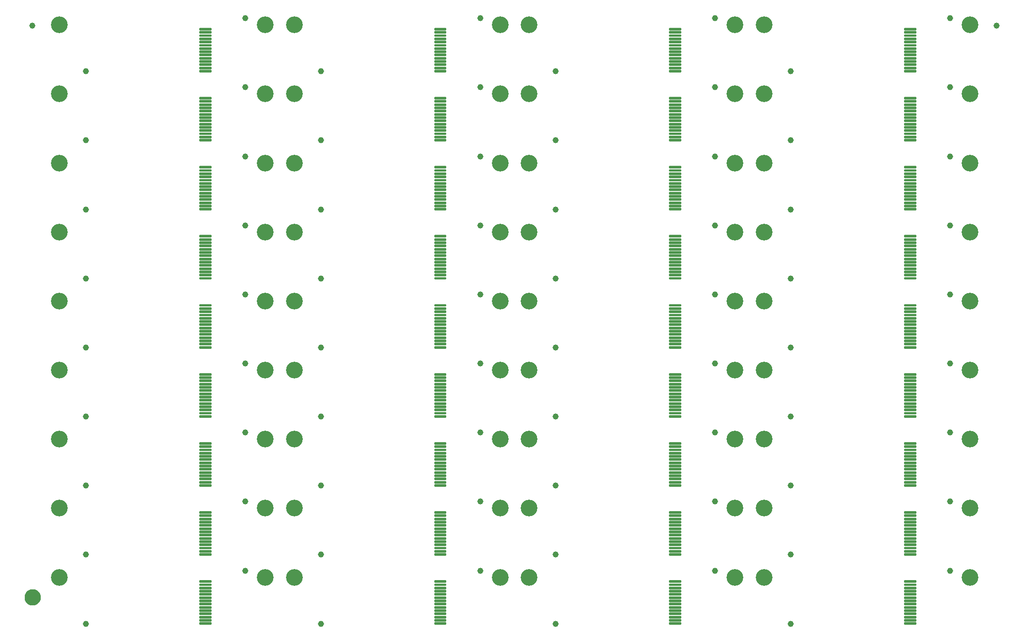
<source format=gts>
G04 EAGLE Gerber RS-274X export*
G75*
%MOMM*%
%FSLAX34Y34*%
%LPD*%
%INSoldermask Top*%
%IPPOS*%
%AMOC8*
5,1,8,0,0,1.08239X$1,22.5*%
G01*
%ADD10C,1.152400*%
%ADD11C,3.200400*%
%ADD12C,0.256222*%
%ADD13C,1.270000*%
%ADD14C,1.652400*%


D10*
X76200Y12700D03*
X381000Y114300D03*
D11*
X25400Y101600D03*
X419100Y101600D03*
D12*
X314621Y12109D02*
X293659Y12109D01*
X293659Y14571D01*
X314621Y14571D01*
X314621Y12109D01*
X314621Y14543D02*
X293659Y14543D01*
X293659Y18309D02*
X314621Y18309D01*
X293659Y18309D02*
X293659Y20771D01*
X314621Y20771D01*
X314621Y18309D01*
X314621Y20743D02*
X293659Y20743D01*
X293659Y24509D02*
X314621Y24509D01*
X293659Y24509D02*
X293659Y26971D01*
X314621Y26971D01*
X314621Y24509D01*
X314621Y26943D02*
X293659Y26943D01*
X293659Y30709D02*
X314621Y30709D01*
X293659Y30709D02*
X293659Y33171D01*
X314621Y33171D01*
X314621Y30709D01*
X314621Y33143D02*
X293659Y33143D01*
X293659Y36909D02*
X314621Y36909D01*
X293659Y36909D02*
X293659Y39371D01*
X314621Y39371D01*
X314621Y36909D01*
X314621Y39343D02*
X293659Y39343D01*
X293659Y43109D02*
X314621Y43109D01*
X293659Y43109D02*
X293659Y45571D01*
X314621Y45571D01*
X314621Y43109D01*
X314621Y45543D02*
X293659Y45543D01*
X293659Y49309D02*
X314621Y49309D01*
X293659Y49309D02*
X293659Y51771D01*
X314621Y51771D01*
X314621Y49309D01*
X314621Y51743D02*
X293659Y51743D01*
X293659Y55509D02*
X314621Y55509D01*
X293659Y55509D02*
X293659Y57971D01*
X314621Y57971D01*
X314621Y55509D01*
X314621Y57943D02*
X293659Y57943D01*
X293659Y61709D02*
X314621Y61709D01*
X293659Y61709D02*
X293659Y64171D01*
X314621Y64171D01*
X314621Y61709D01*
X314621Y64143D02*
X293659Y64143D01*
X293659Y67909D02*
X314621Y67909D01*
X293659Y67909D02*
X293659Y70371D01*
X314621Y70371D01*
X314621Y67909D01*
X314621Y70343D02*
X293659Y70343D01*
X293659Y74109D02*
X314621Y74109D01*
X293659Y74109D02*
X293659Y76571D01*
X314621Y76571D01*
X314621Y74109D01*
X314621Y76543D02*
X293659Y76543D01*
X293659Y80309D02*
X314621Y80309D01*
X293659Y80309D02*
X293659Y82771D01*
X314621Y82771D01*
X314621Y80309D01*
X314621Y82743D02*
X293659Y82743D01*
X293659Y86509D02*
X314621Y86509D01*
X293659Y86509D02*
X293659Y88971D01*
X314621Y88971D01*
X314621Y86509D01*
X314621Y88943D02*
X293659Y88943D01*
X293659Y92709D02*
X314621Y92709D01*
X293659Y92709D02*
X293659Y95171D01*
X314621Y95171D01*
X314621Y92709D01*
X314621Y95143D02*
X293659Y95143D01*
D10*
X525399Y12700D03*
X830199Y114300D03*
D11*
X474599Y101600D03*
X868299Y101600D03*
D12*
X763820Y12109D02*
X742858Y12109D01*
X742858Y14571D01*
X763820Y14571D01*
X763820Y12109D01*
X763820Y14543D02*
X742858Y14543D01*
X742858Y18309D02*
X763820Y18309D01*
X742858Y18309D02*
X742858Y20771D01*
X763820Y20771D01*
X763820Y18309D01*
X763820Y20743D02*
X742858Y20743D01*
X742858Y24509D02*
X763820Y24509D01*
X742858Y24509D02*
X742858Y26971D01*
X763820Y26971D01*
X763820Y24509D01*
X763820Y26943D02*
X742858Y26943D01*
X742858Y30709D02*
X763820Y30709D01*
X742858Y30709D02*
X742858Y33171D01*
X763820Y33171D01*
X763820Y30709D01*
X763820Y33143D02*
X742858Y33143D01*
X742858Y36909D02*
X763820Y36909D01*
X742858Y36909D02*
X742858Y39371D01*
X763820Y39371D01*
X763820Y36909D01*
X763820Y39343D02*
X742858Y39343D01*
X742858Y43109D02*
X763820Y43109D01*
X742858Y43109D02*
X742858Y45571D01*
X763820Y45571D01*
X763820Y43109D01*
X763820Y45543D02*
X742858Y45543D01*
X742858Y49309D02*
X763820Y49309D01*
X742858Y49309D02*
X742858Y51771D01*
X763820Y51771D01*
X763820Y49309D01*
X763820Y51743D02*
X742858Y51743D01*
X742858Y55509D02*
X763820Y55509D01*
X742858Y55509D02*
X742858Y57971D01*
X763820Y57971D01*
X763820Y55509D01*
X763820Y57943D02*
X742858Y57943D01*
X742858Y61709D02*
X763820Y61709D01*
X742858Y61709D02*
X742858Y64171D01*
X763820Y64171D01*
X763820Y61709D01*
X763820Y64143D02*
X742858Y64143D01*
X742858Y67909D02*
X763820Y67909D01*
X742858Y67909D02*
X742858Y70371D01*
X763820Y70371D01*
X763820Y67909D01*
X763820Y70343D02*
X742858Y70343D01*
X742858Y74109D02*
X763820Y74109D01*
X742858Y74109D02*
X742858Y76571D01*
X763820Y76571D01*
X763820Y74109D01*
X763820Y76543D02*
X742858Y76543D01*
X742858Y80309D02*
X763820Y80309D01*
X742858Y80309D02*
X742858Y82771D01*
X763820Y82771D01*
X763820Y80309D01*
X763820Y82743D02*
X742858Y82743D01*
X742858Y86509D02*
X763820Y86509D01*
X742858Y86509D02*
X742858Y88971D01*
X763820Y88971D01*
X763820Y86509D01*
X763820Y88943D02*
X742858Y88943D01*
X742858Y92709D02*
X763820Y92709D01*
X742858Y92709D02*
X742858Y95171D01*
X763820Y95171D01*
X763820Y92709D01*
X763820Y95143D02*
X742858Y95143D01*
D10*
X974598Y12700D03*
X1279398Y114300D03*
D11*
X923798Y101600D03*
X1317498Y101600D03*
D12*
X1213019Y12109D02*
X1192057Y12109D01*
X1192057Y14571D01*
X1213019Y14571D01*
X1213019Y12109D01*
X1213019Y14543D02*
X1192057Y14543D01*
X1192057Y18309D02*
X1213019Y18309D01*
X1192057Y18309D02*
X1192057Y20771D01*
X1213019Y20771D01*
X1213019Y18309D01*
X1213019Y20743D02*
X1192057Y20743D01*
X1192057Y24509D02*
X1213019Y24509D01*
X1192057Y24509D02*
X1192057Y26971D01*
X1213019Y26971D01*
X1213019Y24509D01*
X1213019Y26943D02*
X1192057Y26943D01*
X1192057Y30709D02*
X1213019Y30709D01*
X1192057Y30709D02*
X1192057Y33171D01*
X1213019Y33171D01*
X1213019Y30709D01*
X1213019Y33143D02*
X1192057Y33143D01*
X1192057Y36909D02*
X1213019Y36909D01*
X1192057Y36909D02*
X1192057Y39371D01*
X1213019Y39371D01*
X1213019Y36909D01*
X1213019Y39343D02*
X1192057Y39343D01*
X1192057Y43109D02*
X1213019Y43109D01*
X1192057Y43109D02*
X1192057Y45571D01*
X1213019Y45571D01*
X1213019Y43109D01*
X1213019Y45543D02*
X1192057Y45543D01*
X1192057Y49309D02*
X1213019Y49309D01*
X1192057Y49309D02*
X1192057Y51771D01*
X1213019Y51771D01*
X1213019Y49309D01*
X1213019Y51743D02*
X1192057Y51743D01*
X1192057Y55509D02*
X1213019Y55509D01*
X1192057Y55509D02*
X1192057Y57971D01*
X1213019Y57971D01*
X1213019Y55509D01*
X1213019Y57943D02*
X1192057Y57943D01*
X1192057Y61709D02*
X1213019Y61709D01*
X1192057Y61709D02*
X1192057Y64171D01*
X1213019Y64171D01*
X1213019Y61709D01*
X1213019Y64143D02*
X1192057Y64143D01*
X1192057Y67909D02*
X1213019Y67909D01*
X1192057Y67909D02*
X1192057Y70371D01*
X1213019Y70371D01*
X1213019Y67909D01*
X1213019Y70343D02*
X1192057Y70343D01*
X1192057Y74109D02*
X1213019Y74109D01*
X1192057Y74109D02*
X1192057Y76571D01*
X1213019Y76571D01*
X1213019Y74109D01*
X1213019Y76543D02*
X1192057Y76543D01*
X1192057Y80309D02*
X1213019Y80309D01*
X1192057Y80309D02*
X1192057Y82771D01*
X1213019Y82771D01*
X1213019Y80309D01*
X1213019Y82743D02*
X1192057Y82743D01*
X1192057Y86509D02*
X1213019Y86509D01*
X1192057Y86509D02*
X1192057Y88971D01*
X1213019Y88971D01*
X1213019Y86509D01*
X1213019Y88943D02*
X1192057Y88943D01*
X1192057Y92709D02*
X1213019Y92709D01*
X1192057Y92709D02*
X1192057Y95171D01*
X1213019Y95171D01*
X1213019Y92709D01*
X1213019Y95143D02*
X1192057Y95143D01*
D10*
X1423797Y12700D03*
X1728597Y114300D03*
D11*
X1372997Y101600D03*
X1766697Y101600D03*
D12*
X1662218Y12109D02*
X1641256Y12109D01*
X1641256Y14571D01*
X1662218Y14571D01*
X1662218Y12109D01*
X1662218Y14543D02*
X1641256Y14543D01*
X1641256Y18309D02*
X1662218Y18309D01*
X1641256Y18309D02*
X1641256Y20771D01*
X1662218Y20771D01*
X1662218Y18309D01*
X1662218Y20743D02*
X1641256Y20743D01*
X1641256Y24509D02*
X1662218Y24509D01*
X1641256Y24509D02*
X1641256Y26971D01*
X1662218Y26971D01*
X1662218Y24509D01*
X1662218Y26943D02*
X1641256Y26943D01*
X1641256Y30709D02*
X1662218Y30709D01*
X1641256Y30709D02*
X1641256Y33171D01*
X1662218Y33171D01*
X1662218Y30709D01*
X1662218Y33143D02*
X1641256Y33143D01*
X1641256Y36909D02*
X1662218Y36909D01*
X1641256Y36909D02*
X1641256Y39371D01*
X1662218Y39371D01*
X1662218Y36909D01*
X1662218Y39343D02*
X1641256Y39343D01*
X1641256Y43109D02*
X1662218Y43109D01*
X1641256Y43109D02*
X1641256Y45571D01*
X1662218Y45571D01*
X1662218Y43109D01*
X1662218Y45543D02*
X1641256Y45543D01*
X1641256Y49309D02*
X1662218Y49309D01*
X1641256Y49309D02*
X1641256Y51771D01*
X1662218Y51771D01*
X1662218Y49309D01*
X1662218Y51743D02*
X1641256Y51743D01*
X1641256Y55509D02*
X1662218Y55509D01*
X1641256Y55509D02*
X1641256Y57971D01*
X1662218Y57971D01*
X1662218Y55509D01*
X1662218Y57943D02*
X1641256Y57943D01*
X1641256Y61709D02*
X1662218Y61709D01*
X1641256Y61709D02*
X1641256Y64171D01*
X1662218Y64171D01*
X1662218Y61709D01*
X1662218Y64143D02*
X1641256Y64143D01*
X1641256Y67909D02*
X1662218Y67909D01*
X1641256Y67909D02*
X1641256Y70371D01*
X1662218Y70371D01*
X1662218Y67909D01*
X1662218Y70343D02*
X1641256Y70343D01*
X1641256Y74109D02*
X1662218Y74109D01*
X1641256Y74109D02*
X1641256Y76571D01*
X1662218Y76571D01*
X1662218Y74109D01*
X1662218Y76543D02*
X1641256Y76543D01*
X1641256Y80309D02*
X1662218Y80309D01*
X1641256Y80309D02*
X1641256Y82771D01*
X1662218Y82771D01*
X1662218Y80309D01*
X1662218Y82743D02*
X1641256Y82743D01*
X1641256Y86509D02*
X1662218Y86509D01*
X1641256Y86509D02*
X1641256Y88971D01*
X1662218Y88971D01*
X1662218Y86509D01*
X1662218Y88943D02*
X1641256Y88943D01*
X1641256Y92709D02*
X1662218Y92709D01*
X1641256Y92709D02*
X1641256Y95171D01*
X1662218Y95171D01*
X1662218Y92709D01*
X1662218Y95143D02*
X1641256Y95143D01*
D10*
X76200Y144932D03*
X381000Y246532D03*
D11*
X25400Y233832D03*
X419100Y233832D03*
D12*
X314621Y144341D02*
X293659Y144341D01*
X293659Y146803D01*
X314621Y146803D01*
X314621Y144341D01*
X314621Y146775D02*
X293659Y146775D01*
X293659Y150541D02*
X314621Y150541D01*
X293659Y150541D02*
X293659Y153003D01*
X314621Y153003D01*
X314621Y150541D01*
X314621Y152975D02*
X293659Y152975D01*
X293659Y156741D02*
X314621Y156741D01*
X293659Y156741D02*
X293659Y159203D01*
X314621Y159203D01*
X314621Y156741D01*
X314621Y159175D02*
X293659Y159175D01*
X293659Y162941D02*
X314621Y162941D01*
X293659Y162941D02*
X293659Y165403D01*
X314621Y165403D01*
X314621Y162941D01*
X314621Y165375D02*
X293659Y165375D01*
X293659Y169141D02*
X314621Y169141D01*
X293659Y169141D02*
X293659Y171603D01*
X314621Y171603D01*
X314621Y169141D01*
X314621Y171575D02*
X293659Y171575D01*
X293659Y175341D02*
X314621Y175341D01*
X293659Y175341D02*
X293659Y177803D01*
X314621Y177803D01*
X314621Y175341D01*
X314621Y177775D02*
X293659Y177775D01*
X293659Y181541D02*
X314621Y181541D01*
X293659Y181541D02*
X293659Y184003D01*
X314621Y184003D01*
X314621Y181541D01*
X314621Y183975D02*
X293659Y183975D01*
X293659Y187741D02*
X314621Y187741D01*
X293659Y187741D02*
X293659Y190203D01*
X314621Y190203D01*
X314621Y187741D01*
X314621Y190175D02*
X293659Y190175D01*
X293659Y193941D02*
X314621Y193941D01*
X293659Y193941D02*
X293659Y196403D01*
X314621Y196403D01*
X314621Y193941D01*
X314621Y196375D02*
X293659Y196375D01*
X293659Y200141D02*
X314621Y200141D01*
X293659Y200141D02*
X293659Y202603D01*
X314621Y202603D01*
X314621Y200141D01*
X314621Y202575D02*
X293659Y202575D01*
X293659Y206341D02*
X314621Y206341D01*
X293659Y206341D02*
X293659Y208803D01*
X314621Y208803D01*
X314621Y206341D01*
X314621Y208775D02*
X293659Y208775D01*
X293659Y212541D02*
X314621Y212541D01*
X293659Y212541D02*
X293659Y215003D01*
X314621Y215003D01*
X314621Y212541D01*
X314621Y214975D02*
X293659Y214975D01*
X293659Y218741D02*
X314621Y218741D01*
X293659Y218741D02*
X293659Y221203D01*
X314621Y221203D01*
X314621Y218741D01*
X314621Y221175D02*
X293659Y221175D01*
X293659Y224941D02*
X314621Y224941D01*
X293659Y224941D02*
X293659Y227403D01*
X314621Y227403D01*
X314621Y224941D01*
X314621Y227375D02*
X293659Y227375D01*
D10*
X525399Y144932D03*
X830199Y246532D03*
D11*
X474599Y233832D03*
X868299Y233832D03*
D12*
X763820Y144341D02*
X742858Y144341D01*
X742858Y146803D01*
X763820Y146803D01*
X763820Y144341D01*
X763820Y146775D02*
X742858Y146775D01*
X742858Y150541D02*
X763820Y150541D01*
X742858Y150541D02*
X742858Y153003D01*
X763820Y153003D01*
X763820Y150541D01*
X763820Y152975D02*
X742858Y152975D01*
X742858Y156741D02*
X763820Y156741D01*
X742858Y156741D02*
X742858Y159203D01*
X763820Y159203D01*
X763820Y156741D01*
X763820Y159175D02*
X742858Y159175D01*
X742858Y162941D02*
X763820Y162941D01*
X742858Y162941D02*
X742858Y165403D01*
X763820Y165403D01*
X763820Y162941D01*
X763820Y165375D02*
X742858Y165375D01*
X742858Y169141D02*
X763820Y169141D01*
X742858Y169141D02*
X742858Y171603D01*
X763820Y171603D01*
X763820Y169141D01*
X763820Y171575D02*
X742858Y171575D01*
X742858Y175341D02*
X763820Y175341D01*
X742858Y175341D02*
X742858Y177803D01*
X763820Y177803D01*
X763820Y175341D01*
X763820Y177775D02*
X742858Y177775D01*
X742858Y181541D02*
X763820Y181541D01*
X742858Y181541D02*
X742858Y184003D01*
X763820Y184003D01*
X763820Y181541D01*
X763820Y183975D02*
X742858Y183975D01*
X742858Y187741D02*
X763820Y187741D01*
X742858Y187741D02*
X742858Y190203D01*
X763820Y190203D01*
X763820Y187741D01*
X763820Y190175D02*
X742858Y190175D01*
X742858Y193941D02*
X763820Y193941D01*
X742858Y193941D02*
X742858Y196403D01*
X763820Y196403D01*
X763820Y193941D01*
X763820Y196375D02*
X742858Y196375D01*
X742858Y200141D02*
X763820Y200141D01*
X742858Y200141D02*
X742858Y202603D01*
X763820Y202603D01*
X763820Y200141D01*
X763820Y202575D02*
X742858Y202575D01*
X742858Y206341D02*
X763820Y206341D01*
X742858Y206341D02*
X742858Y208803D01*
X763820Y208803D01*
X763820Y206341D01*
X763820Y208775D02*
X742858Y208775D01*
X742858Y212541D02*
X763820Y212541D01*
X742858Y212541D02*
X742858Y215003D01*
X763820Y215003D01*
X763820Y212541D01*
X763820Y214975D02*
X742858Y214975D01*
X742858Y218741D02*
X763820Y218741D01*
X742858Y218741D02*
X742858Y221203D01*
X763820Y221203D01*
X763820Y218741D01*
X763820Y221175D02*
X742858Y221175D01*
X742858Y224941D02*
X763820Y224941D01*
X742858Y224941D02*
X742858Y227403D01*
X763820Y227403D01*
X763820Y224941D01*
X763820Y227375D02*
X742858Y227375D01*
D10*
X974598Y144932D03*
X1279398Y246532D03*
D11*
X923798Y233832D03*
X1317498Y233832D03*
D12*
X1213019Y144341D02*
X1192057Y144341D01*
X1192057Y146803D01*
X1213019Y146803D01*
X1213019Y144341D01*
X1213019Y146775D02*
X1192057Y146775D01*
X1192057Y150541D02*
X1213019Y150541D01*
X1192057Y150541D02*
X1192057Y153003D01*
X1213019Y153003D01*
X1213019Y150541D01*
X1213019Y152975D02*
X1192057Y152975D01*
X1192057Y156741D02*
X1213019Y156741D01*
X1192057Y156741D02*
X1192057Y159203D01*
X1213019Y159203D01*
X1213019Y156741D01*
X1213019Y159175D02*
X1192057Y159175D01*
X1192057Y162941D02*
X1213019Y162941D01*
X1192057Y162941D02*
X1192057Y165403D01*
X1213019Y165403D01*
X1213019Y162941D01*
X1213019Y165375D02*
X1192057Y165375D01*
X1192057Y169141D02*
X1213019Y169141D01*
X1192057Y169141D02*
X1192057Y171603D01*
X1213019Y171603D01*
X1213019Y169141D01*
X1213019Y171575D02*
X1192057Y171575D01*
X1192057Y175341D02*
X1213019Y175341D01*
X1192057Y175341D02*
X1192057Y177803D01*
X1213019Y177803D01*
X1213019Y175341D01*
X1213019Y177775D02*
X1192057Y177775D01*
X1192057Y181541D02*
X1213019Y181541D01*
X1192057Y181541D02*
X1192057Y184003D01*
X1213019Y184003D01*
X1213019Y181541D01*
X1213019Y183975D02*
X1192057Y183975D01*
X1192057Y187741D02*
X1213019Y187741D01*
X1192057Y187741D02*
X1192057Y190203D01*
X1213019Y190203D01*
X1213019Y187741D01*
X1213019Y190175D02*
X1192057Y190175D01*
X1192057Y193941D02*
X1213019Y193941D01*
X1192057Y193941D02*
X1192057Y196403D01*
X1213019Y196403D01*
X1213019Y193941D01*
X1213019Y196375D02*
X1192057Y196375D01*
X1192057Y200141D02*
X1213019Y200141D01*
X1192057Y200141D02*
X1192057Y202603D01*
X1213019Y202603D01*
X1213019Y200141D01*
X1213019Y202575D02*
X1192057Y202575D01*
X1192057Y206341D02*
X1213019Y206341D01*
X1192057Y206341D02*
X1192057Y208803D01*
X1213019Y208803D01*
X1213019Y206341D01*
X1213019Y208775D02*
X1192057Y208775D01*
X1192057Y212541D02*
X1213019Y212541D01*
X1192057Y212541D02*
X1192057Y215003D01*
X1213019Y215003D01*
X1213019Y212541D01*
X1213019Y214975D02*
X1192057Y214975D01*
X1192057Y218741D02*
X1213019Y218741D01*
X1192057Y218741D02*
X1192057Y221203D01*
X1213019Y221203D01*
X1213019Y218741D01*
X1213019Y221175D02*
X1192057Y221175D01*
X1192057Y224941D02*
X1213019Y224941D01*
X1192057Y224941D02*
X1192057Y227403D01*
X1213019Y227403D01*
X1213019Y224941D01*
X1213019Y227375D02*
X1192057Y227375D01*
D10*
X1423797Y144932D03*
X1728597Y246532D03*
D11*
X1372997Y233832D03*
X1766697Y233832D03*
D12*
X1662218Y144341D02*
X1641256Y144341D01*
X1641256Y146803D01*
X1662218Y146803D01*
X1662218Y144341D01*
X1662218Y146775D02*
X1641256Y146775D01*
X1641256Y150541D02*
X1662218Y150541D01*
X1641256Y150541D02*
X1641256Y153003D01*
X1662218Y153003D01*
X1662218Y150541D01*
X1662218Y152975D02*
X1641256Y152975D01*
X1641256Y156741D02*
X1662218Y156741D01*
X1641256Y156741D02*
X1641256Y159203D01*
X1662218Y159203D01*
X1662218Y156741D01*
X1662218Y159175D02*
X1641256Y159175D01*
X1641256Y162941D02*
X1662218Y162941D01*
X1641256Y162941D02*
X1641256Y165403D01*
X1662218Y165403D01*
X1662218Y162941D01*
X1662218Y165375D02*
X1641256Y165375D01*
X1641256Y169141D02*
X1662218Y169141D01*
X1641256Y169141D02*
X1641256Y171603D01*
X1662218Y171603D01*
X1662218Y169141D01*
X1662218Y171575D02*
X1641256Y171575D01*
X1641256Y175341D02*
X1662218Y175341D01*
X1641256Y175341D02*
X1641256Y177803D01*
X1662218Y177803D01*
X1662218Y175341D01*
X1662218Y177775D02*
X1641256Y177775D01*
X1641256Y181541D02*
X1662218Y181541D01*
X1641256Y181541D02*
X1641256Y184003D01*
X1662218Y184003D01*
X1662218Y181541D01*
X1662218Y183975D02*
X1641256Y183975D01*
X1641256Y187741D02*
X1662218Y187741D01*
X1641256Y187741D02*
X1641256Y190203D01*
X1662218Y190203D01*
X1662218Y187741D01*
X1662218Y190175D02*
X1641256Y190175D01*
X1641256Y193941D02*
X1662218Y193941D01*
X1641256Y193941D02*
X1641256Y196403D01*
X1662218Y196403D01*
X1662218Y193941D01*
X1662218Y196375D02*
X1641256Y196375D01*
X1641256Y200141D02*
X1662218Y200141D01*
X1641256Y200141D02*
X1641256Y202603D01*
X1662218Y202603D01*
X1662218Y200141D01*
X1662218Y202575D02*
X1641256Y202575D01*
X1641256Y206341D02*
X1662218Y206341D01*
X1641256Y206341D02*
X1641256Y208803D01*
X1662218Y208803D01*
X1662218Y206341D01*
X1662218Y208775D02*
X1641256Y208775D01*
X1641256Y212541D02*
X1662218Y212541D01*
X1641256Y212541D02*
X1641256Y215003D01*
X1662218Y215003D01*
X1662218Y212541D01*
X1662218Y214975D02*
X1641256Y214975D01*
X1641256Y218741D02*
X1662218Y218741D01*
X1641256Y218741D02*
X1641256Y221203D01*
X1662218Y221203D01*
X1662218Y218741D01*
X1662218Y221175D02*
X1641256Y221175D01*
X1641256Y224941D02*
X1662218Y224941D01*
X1641256Y224941D02*
X1641256Y227403D01*
X1662218Y227403D01*
X1662218Y224941D01*
X1662218Y227375D02*
X1641256Y227375D01*
D10*
X76200Y277139D03*
X381000Y378739D03*
D11*
X25400Y366039D03*
X419100Y366039D03*
D12*
X314621Y276548D02*
X293659Y276548D01*
X293659Y279010D01*
X314621Y279010D01*
X314621Y276548D01*
X314621Y278982D02*
X293659Y278982D01*
X293659Y282748D02*
X314621Y282748D01*
X293659Y282748D02*
X293659Y285210D01*
X314621Y285210D01*
X314621Y282748D01*
X314621Y285182D02*
X293659Y285182D01*
X293659Y288948D02*
X314621Y288948D01*
X293659Y288948D02*
X293659Y291410D01*
X314621Y291410D01*
X314621Y288948D01*
X314621Y291382D02*
X293659Y291382D01*
X293659Y295148D02*
X314621Y295148D01*
X293659Y295148D02*
X293659Y297610D01*
X314621Y297610D01*
X314621Y295148D01*
X314621Y297582D02*
X293659Y297582D01*
X293659Y301348D02*
X314621Y301348D01*
X293659Y301348D02*
X293659Y303810D01*
X314621Y303810D01*
X314621Y301348D01*
X314621Y303782D02*
X293659Y303782D01*
X293659Y307548D02*
X314621Y307548D01*
X293659Y307548D02*
X293659Y310010D01*
X314621Y310010D01*
X314621Y307548D01*
X314621Y309982D02*
X293659Y309982D01*
X293659Y313748D02*
X314621Y313748D01*
X293659Y313748D02*
X293659Y316210D01*
X314621Y316210D01*
X314621Y313748D01*
X314621Y316182D02*
X293659Y316182D01*
X293659Y319948D02*
X314621Y319948D01*
X293659Y319948D02*
X293659Y322410D01*
X314621Y322410D01*
X314621Y319948D01*
X314621Y322382D02*
X293659Y322382D01*
X293659Y326148D02*
X314621Y326148D01*
X293659Y326148D02*
X293659Y328610D01*
X314621Y328610D01*
X314621Y326148D01*
X314621Y328582D02*
X293659Y328582D01*
X293659Y332348D02*
X314621Y332348D01*
X293659Y332348D02*
X293659Y334810D01*
X314621Y334810D01*
X314621Y332348D01*
X314621Y334782D02*
X293659Y334782D01*
X293659Y338548D02*
X314621Y338548D01*
X293659Y338548D02*
X293659Y341010D01*
X314621Y341010D01*
X314621Y338548D01*
X314621Y340982D02*
X293659Y340982D01*
X293659Y344748D02*
X314621Y344748D01*
X293659Y344748D02*
X293659Y347210D01*
X314621Y347210D01*
X314621Y344748D01*
X314621Y347182D02*
X293659Y347182D01*
X293659Y350948D02*
X314621Y350948D01*
X293659Y350948D02*
X293659Y353410D01*
X314621Y353410D01*
X314621Y350948D01*
X314621Y353382D02*
X293659Y353382D01*
X293659Y357148D02*
X314621Y357148D01*
X293659Y357148D02*
X293659Y359610D01*
X314621Y359610D01*
X314621Y357148D01*
X314621Y359582D02*
X293659Y359582D01*
D10*
X525399Y277139D03*
X830199Y378739D03*
D11*
X474599Y366039D03*
X868299Y366039D03*
D12*
X763820Y276548D02*
X742858Y276548D01*
X742858Y279010D01*
X763820Y279010D01*
X763820Y276548D01*
X763820Y278982D02*
X742858Y278982D01*
X742858Y282748D02*
X763820Y282748D01*
X742858Y282748D02*
X742858Y285210D01*
X763820Y285210D01*
X763820Y282748D01*
X763820Y285182D02*
X742858Y285182D01*
X742858Y288948D02*
X763820Y288948D01*
X742858Y288948D02*
X742858Y291410D01*
X763820Y291410D01*
X763820Y288948D01*
X763820Y291382D02*
X742858Y291382D01*
X742858Y295148D02*
X763820Y295148D01*
X742858Y295148D02*
X742858Y297610D01*
X763820Y297610D01*
X763820Y295148D01*
X763820Y297582D02*
X742858Y297582D01*
X742858Y301348D02*
X763820Y301348D01*
X742858Y301348D02*
X742858Y303810D01*
X763820Y303810D01*
X763820Y301348D01*
X763820Y303782D02*
X742858Y303782D01*
X742858Y307548D02*
X763820Y307548D01*
X742858Y307548D02*
X742858Y310010D01*
X763820Y310010D01*
X763820Y307548D01*
X763820Y309982D02*
X742858Y309982D01*
X742858Y313748D02*
X763820Y313748D01*
X742858Y313748D02*
X742858Y316210D01*
X763820Y316210D01*
X763820Y313748D01*
X763820Y316182D02*
X742858Y316182D01*
X742858Y319948D02*
X763820Y319948D01*
X742858Y319948D02*
X742858Y322410D01*
X763820Y322410D01*
X763820Y319948D01*
X763820Y322382D02*
X742858Y322382D01*
X742858Y326148D02*
X763820Y326148D01*
X742858Y326148D02*
X742858Y328610D01*
X763820Y328610D01*
X763820Y326148D01*
X763820Y328582D02*
X742858Y328582D01*
X742858Y332348D02*
X763820Y332348D01*
X742858Y332348D02*
X742858Y334810D01*
X763820Y334810D01*
X763820Y332348D01*
X763820Y334782D02*
X742858Y334782D01*
X742858Y338548D02*
X763820Y338548D01*
X742858Y338548D02*
X742858Y341010D01*
X763820Y341010D01*
X763820Y338548D01*
X763820Y340982D02*
X742858Y340982D01*
X742858Y344748D02*
X763820Y344748D01*
X742858Y344748D02*
X742858Y347210D01*
X763820Y347210D01*
X763820Y344748D01*
X763820Y347182D02*
X742858Y347182D01*
X742858Y350948D02*
X763820Y350948D01*
X742858Y350948D02*
X742858Y353410D01*
X763820Y353410D01*
X763820Y350948D01*
X763820Y353382D02*
X742858Y353382D01*
X742858Y357148D02*
X763820Y357148D01*
X742858Y357148D02*
X742858Y359610D01*
X763820Y359610D01*
X763820Y357148D01*
X763820Y359582D02*
X742858Y359582D01*
D10*
X974598Y277139D03*
X1279398Y378739D03*
D11*
X923798Y366039D03*
X1317498Y366039D03*
D12*
X1213019Y276548D02*
X1192057Y276548D01*
X1192057Y279010D01*
X1213019Y279010D01*
X1213019Y276548D01*
X1213019Y278982D02*
X1192057Y278982D01*
X1192057Y282748D02*
X1213019Y282748D01*
X1192057Y282748D02*
X1192057Y285210D01*
X1213019Y285210D01*
X1213019Y282748D01*
X1213019Y285182D02*
X1192057Y285182D01*
X1192057Y288948D02*
X1213019Y288948D01*
X1192057Y288948D02*
X1192057Y291410D01*
X1213019Y291410D01*
X1213019Y288948D01*
X1213019Y291382D02*
X1192057Y291382D01*
X1192057Y295148D02*
X1213019Y295148D01*
X1192057Y295148D02*
X1192057Y297610D01*
X1213019Y297610D01*
X1213019Y295148D01*
X1213019Y297582D02*
X1192057Y297582D01*
X1192057Y301348D02*
X1213019Y301348D01*
X1192057Y301348D02*
X1192057Y303810D01*
X1213019Y303810D01*
X1213019Y301348D01*
X1213019Y303782D02*
X1192057Y303782D01*
X1192057Y307548D02*
X1213019Y307548D01*
X1192057Y307548D02*
X1192057Y310010D01*
X1213019Y310010D01*
X1213019Y307548D01*
X1213019Y309982D02*
X1192057Y309982D01*
X1192057Y313748D02*
X1213019Y313748D01*
X1192057Y313748D02*
X1192057Y316210D01*
X1213019Y316210D01*
X1213019Y313748D01*
X1213019Y316182D02*
X1192057Y316182D01*
X1192057Y319948D02*
X1213019Y319948D01*
X1192057Y319948D02*
X1192057Y322410D01*
X1213019Y322410D01*
X1213019Y319948D01*
X1213019Y322382D02*
X1192057Y322382D01*
X1192057Y326148D02*
X1213019Y326148D01*
X1192057Y326148D02*
X1192057Y328610D01*
X1213019Y328610D01*
X1213019Y326148D01*
X1213019Y328582D02*
X1192057Y328582D01*
X1192057Y332348D02*
X1213019Y332348D01*
X1192057Y332348D02*
X1192057Y334810D01*
X1213019Y334810D01*
X1213019Y332348D01*
X1213019Y334782D02*
X1192057Y334782D01*
X1192057Y338548D02*
X1213019Y338548D01*
X1192057Y338548D02*
X1192057Y341010D01*
X1213019Y341010D01*
X1213019Y338548D01*
X1213019Y340982D02*
X1192057Y340982D01*
X1192057Y344748D02*
X1213019Y344748D01*
X1192057Y344748D02*
X1192057Y347210D01*
X1213019Y347210D01*
X1213019Y344748D01*
X1213019Y347182D02*
X1192057Y347182D01*
X1192057Y350948D02*
X1213019Y350948D01*
X1192057Y350948D02*
X1192057Y353410D01*
X1213019Y353410D01*
X1213019Y350948D01*
X1213019Y353382D02*
X1192057Y353382D01*
X1192057Y357148D02*
X1213019Y357148D01*
X1192057Y357148D02*
X1192057Y359610D01*
X1213019Y359610D01*
X1213019Y357148D01*
X1213019Y359582D02*
X1192057Y359582D01*
D10*
X1423797Y277139D03*
X1728597Y378739D03*
D11*
X1372997Y366039D03*
X1766697Y366039D03*
D12*
X1662218Y276548D02*
X1641256Y276548D01*
X1641256Y279010D01*
X1662218Y279010D01*
X1662218Y276548D01*
X1662218Y278982D02*
X1641256Y278982D01*
X1641256Y282748D02*
X1662218Y282748D01*
X1641256Y282748D02*
X1641256Y285210D01*
X1662218Y285210D01*
X1662218Y282748D01*
X1662218Y285182D02*
X1641256Y285182D01*
X1641256Y288948D02*
X1662218Y288948D01*
X1641256Y288948D02*
X1641256Y291410D01*
X1662218Y291410D01*
X1662218Y288948D01*
X1662218Y291382D02*
X1641256Y291382D01*
X1641256Y295148D02*
X1662218Y295148D01*
X1641256Y295148D02*
X1641256Y297610D01*
X1662218Y297610D01*
X1662218Y295148D01*
X1662218Y297582D02*
X1641256Y297582D01*
X1641256Y301348D02*
X1662218Y301348D01*
X1641256Y301348D02*
X1641256Y303810D01*
X1662218Y303810D01*
X1662218Y301348D01*
X1662218Y303782D02*
X1641256Y303782D01*
X1641256Y307548D02*
X1662218Y307548D01*
X1641256Y307548D02*
X1641256Y310010D01*
X1662218Y310010D01*
X1662218Y307548D01*
X1662218Y309982D02*
X1641256Y309982D01*
X1641256Y313748D02*
X1662218Y313748D01*
X1641256Y313748D02*
X1641256Y316210D01*
X1662218Y316210D01*
X1662218Y313748D01*
X1662218Y316182D02*
X1641256Y316182D01*
X1641256Y319948D02*
X1662218Y319948D01*
X1641256Y319948D02*
X1641256Y322410D01*
X1662218Y322410D01*
X1662218Y319948D01*
X1662218Y322382D02*
X1641256Y322382D01*
X1641256Y326148D02*
X1662218Y326148D01*
X1641256Y326148D02*
X1641256Y328610D01*
X1662218Y328610D01*
X1662218Y326148D01*
X1662218Y328582D02*
X1641256Y328582D01*
X1641256Y332348D02*
X1662218Y332348D01*
X1641256Y332348D02*
X1641256Y334810D01*
X1662218Y334810D01*
X1662218Y332348D01*
X1662218Y334782D02*
X1641256Y334782D01*
X1641256Y338548D02*
X1662218Y338548D01*
X1641256Y338548D02*
X1641256Y341010D01*
X1662218Y341010D01*
X1662218Y338548D01*
X1662218Y340982D02*
X1641256Y340982D01*
X1641256Y344748D02*
X1662218Y344748D01*
X1641256Y344748D02*
X1641256Y347210D01*
X1662218Y347210D01*
X1662218Y344748D01*
X1662218Y347182D02*
X1641256Y347182D01*
X1641256Y350948D02*
X1662218Y350948D01*
X1641256Y350948D02*
X1641256Y353410D01*
X1662218Y353410D01*
X1662218Y350948D01*
X1662218Y353382D02*
X1641256Y353382D01*
X1641256Y357148D02*
X1662218Y357148D01*
X1641256Y357148D02*
X1641256Y359610D01*
X1662218Y359610D01*
X1662218Y357148D01*
X1662218Y359582D02*
X1641256Y359582D01*
D10*
X76200Y409372D03*
X381000Y510972D03*
D11*
X25400Y498272D03*
X419100Y498272D03*
D12*
X314621Y408781D02*
X293659Y408781D01*
X293659Y411243D01*
X314621Y411243D01*
X314621Y408781D01*
X314621Y411215D02*
X293659Y411215D01*
X293659Y414981D02*
X314621Y414981D01*
X293659Y414981D02*
X293659Y417443D01*
X314621Y417443D01*
X314621Y414981D01*
X314621Y417415D02*
X293659Y417415D01*
X293659Y421181D02*
X314621Y421181D01*
X293659Y421181D02*
X293659Y423643D01*
X314621Y423643D01*
X314621Y421181D01*
X314621Y423615D02*
X293659Y423615D01*
X293659Y427381D02*
X314621Y427381D01*
X293659Y427381D02*
X293659Y429843D01*
X314621Y429843D01*
X314621Y427381D01*
X314621Y429815D02*
X293659Y429815D01*
X293659Y433581D02*
X314621Y433581D01*
X293659Y433581D02*
X293659Y436043D01*
X314621Y436043D01*
X314621Y433581D01*
X314621Y436015D02*
X293659Y436015D01*
X293659Y439781D02*
X314621Y439781D01*
X293659Y439781D02*
X293659Y442243D01*
X314621Y442243D01*
X314621Y439781D01*
X314621Y442215D02*
X293659Y442215D01*
X293659Y445981D02*
X314621Y445981D01*
X293659Y445981D02*
X293659Y448443D01*
X314621Y448443D01*
X314621Y445981D01*
X314621Y448415D02*
X293659Y448415D01*
X293659Y452181D02*
X314621Y452181D01*
X293659Y452181D02*
X293659Y454643D01*
X314621Y454643D01*
X314621Y452181D01*
X314621Y454615D02*
X293659Y454615D01*
X293659Y458381D02*
X314621Y458381D01*
X293659Y458381D02*
X293659Y460843D01*
X314621Y460843D01*
X314621Y458381D01*
X314621Y460815D02*
X293659Y460815D01*
X293659Y464581D02*
X314621Y464581D01*
X293659Y464581D02*
X293659Y467043D01*
X314621Y467043D01*
X314621Y464581D01*
X314621Y467015D02*
X293659Y467015D01*
X293659Y470781D02*
X314621Y470781D01*
X293659Y470781D02*
X293659Y473243D01*
X314621Y473243D01*
X314621Y470781D01*
X314621Y473215D02*
X293659Y473215D01*
X293659Y476981D02*
X314621Y476981D01*
X293659Y476981D02*
X293659Y479443D01*
X314621Y479443D01*
X314621Y476981D01*
X314621Y479415D02*
X293659Y479415D01*
X293659Y483181D02*
X314621Y483181D01*
X293659Y483181D02*
X293659Y485643D01*
X314621Y485643D01*
X314621Y483181D01*
X314621Y485615D02*
X293659Y485615D01*
X293659Y489381D02*
X314621Y489381D01*
X293659Y489381D02*
X293659Y491843D01*
X314621Y491843D01*
X314621Y489381D01*
X314621Y491815D02*
X293659Y491815D01*
D10*
X525399Y409372D03*
X830199Y510972D03*
D11*
X474599Y498272D03*
X868299Y498272D03*
D12*
X763820Y408781D02*
X742858Y408781D01*
X742858Y411243D01*
X763820Y411243D01*
X763820Y408781D01*
X763820Y411215D02*
X742858Y411215D01*
X742858Y414981D02*
X763820Y414981D01*
X742858Y414981D02*
X742858Y417443D01*
X763820Y417443D01*
X763820Y414981D01*
X763820Y417415D02*
X742858Y417415D01*
X742858Y421181D02*
X763820Y421181D01*
X742858Y421181D02*
X742858Y423643D01*
X763820Y423643D01*
X763820Y421181D01*
X763820Y423615D02*
X742858Y423615D01*
X742858Y427381D02*
X763820Y427381D01*
X742858Y427381D02*
X742858Y429843D01*
X763820Y429843D01*
X763820Y427381D01*
X763820Y429815D02*
X742858Y429815D01*
X742858Y433581D02*
X763820Y433581D01*
X742858Y433581D02*
X742858Y436043D01*
X763820Y436043D01*
X763820Y433581D01*
X763820Y436015D02*
X742858Y436015D01*
X742858Y439781D02*
X763820Y439781D01*
X742858Y439781D02*
X742858Y442243D01*
X763820Y442243D01*
X763820Y439781D01*
X763820Y442215D02*
X742858Y442215D01*
X742858Y445981D02*
X763820Y445981D01*
X742858Y445981D02*
X742858Y448443D01*
X763820Y448443D01*
X763820Y445981D01*
X763820Y448415D02*
X742858Y448415D01*
X742858Y452181D02*
X763820Y452181D01*
X742858Y452181D02*
X742858Y454643D01*
X763820Y454643D01*
X763820Y452181D01*
X763820Y454615D02*
X742858Y454615D01*
X742858Y458381D02*
X763820Y458381D01*
X742858Y458381D02*
X742858Y460843D01*
X763820Y460843D01*
X763820Y458381D01*
X763820Y460815D02*
X742858Y460815D01*
X742858Y464581D02*
X763820Y464581D01*
X742858Y464581D02*
X742858Y467043D01*
X763820Y467043D01*
X763820Y464581D01*
X763820Y467015D02*
X742858Y467015D01*
X742858Y470781D02*
X763820Y470781D01*
X742858Y470781D02*
X742858Y473243D01*
X763820Y473243D01*
X763820Y470781D01*
X763820Y473215D02*
X742858Y473215D01*
X742858Y476981D02*
X763820Y476981D01*
X742858Y476981D02*
X742858Y479443D01*
X763820Y479443D01*
X763820Y476981D01*
X763820Y479415D02*
X742858Y479415D01*
X742858Y483181D02*
X763820Y483181D01*
X742858Y483181D02*
X742858Y485643D01*
X763820Y485643D01*
X763820Y483181D01*
X763820Y485615D02*
X742858Y485615D01*
X742858Y489381D02*
X763820Y489381D01*
X742858Y489381D02*
X742858Y491843D01*
X763820Y491843D01*
X763820Y489381D01*
X763820Y491815D02*
X742858Y491815D01*
D10*
X974598Y409372D03*
X1279398Y510972D03*
D11*
X923798Y498272D03*
X1317498Y498272D03*
D12*
X1213019Y408781D02*
X1192057Y408781D01*
X1192057Y411243D01*
X1213019Y411243D01*
X1213019Y408781D01*
X1213019Y411215D02*
X1192057Y411215D01*
X1192057Y414981D02*
X1213019Y414981D01*
X1192057Y414981D02*
X1192057Y417443D01*
X1213019Y417443D01*
X1213019Y414981D01*
X1213019Y417415D02*
X1192057Y417415D01*
X1192057Y421181D02*
X1213019Y421181D01*
X1192057Y421181D02*
X1192057Y423643D01*
X1213019Y423643D01*
X1213019Y421181D01*
X1213019Y423615D02*
X1192057Y423615D01*
X1192057Y427381D02*
X1213019Y427381D01*
X1192057Y427381D02*
X1192057Y429843D01*
X1213019Y429843D01*
X1213019Y427381D01*
X1213019Y429815D02*
X1192057Y429815D01*
X1192057Y433581D02*
X1213019Y433581D01*
X1192057Y433581D02*
X1192057Y436043D01*
X1213019Y436043D01*
X1213019Y433581D01*
X1213019Y436015D02*
X1192057Y436015D01*
X1192057Y439781D02*
X1213019Y439781D01*
X1192057Y439781D02*
X1192057Y442243D01*
X1213019Y442243D01*
X1213019Y439781D01*
X1213019Y442215D02*
X1192057Y442215D01*
X1192057Y445981D02*
X1213019Y445981D01*
X1192057Y445981D02*
X1192057Y448443D01*
X1213019Y448443D01*
X1213019Y445981D01*
X1213019Y448415D02*
X1192057Y448415D01*
X1192057Y452181D02*
X1213019Y452181D01*
X1192057Y452181D02*
X1192057Y454643D01*
X1213019Y454643D01*
X1213019Y452181D01*
X1213019Y454615D02*
X1192057Y454615D01*
X1192057Y458381D02*
X1213019Y458381D01*
X1192057Y458381D02*
X1192057Y460843D01*
X1213019Y460843D01*
X1213019Y458381D01*
X1213019Y460815D02*
X1192057Y460815D01*
X1192057Y464581D02*
X1213019Y464581D01*
X1192057Y464581D02*
X1192057Y467043D01*
X1213019Y467043D01*
X1213019Y464581D01*
X1213019Y467015D02*
X1192057Y467015D01*
X1192057Y470781D02*
X1213019Y470781D01*
X1192057Y470781D02*
X1192057Y473243D01*
X1213019Y473243D01*
X1213019Y470781D01*
X1213019Y473215D02*
X1192057Y473215D01*
X1192057Y476981D02*
X1213019Y476981D01*
X1192057Y476981D02*
X1192057Y479443D01*
X1213019Y479443D01*
X1213019Y476981D01*
X1213019Y479415D02*
X1192057Y479415D01*
X1192057Y483181D02*
X1213019Y483181D01*
X1192057Y483181D02*
X1192057Y485643D01*
X1213019Y485643D01*
X1213019Y483181D01*
X1213019Y485615D02*
X1192057Y485615D01*
X1192057Y489381D02*
X1213019Y489381D01*
X1192057Y489381D02*
X1192057Y491843D01*
X1213019Y491843D01*
X1213019Y489381D01*
X1213019Y491815D02*
X1192057Y491815D01*
D10*
X1423797Y409372D03*
X1728597Y510972D03*
D11*
X1372997Y498272D03*
X1766697Y498272D03*
D12*
X1662218Y408781D02*
X1641256Y408781D01*
X1641256Y411243D01*
X1662218Y411243D01*
X1662218Y408781D01*
X1662218Y411215D02*
X1641256Y411215D01*
X1641256Y414981D02*
X1662218Y414981D01*
X1641256Y414981D02*
X1641256Y417443D01*
X1662218Y417443D01*
X1662218Y414981D01*
X1662218Y417415D02*
X1641256Y417415D01*
X1641256Y421181D02*
X1662218Y421181D01*
X1641256Y421181D02*
X1641256Y423643D01*
X1662218Y423643D01*
X1662218Y421181D01*
X1662218Y423615D02*
X1641256Y423615D01*
X1641256Y427381D02*
X1662218Y427381D01*
X1641256Y427381D02*
X1641256Y429843D01*
X1662218Y429843D01*
X1662218Y427381D01*
X1662218Y429815D02*
X1641256Y429815D01*
X1641256Y433581D02*
X1662218Y433581D01*
X1641256Y433581D02*
X1641256Y436043D01*
X1662218Y436043D01*
X1662218Y433581D01*
X1662218Y436015D02*
X1641256Y436015D01*
X1641256Y439781D02*
X1662218Y439781D01*
X1641256Y439781D02*
X1641256Y442243D01*
X1662218Y442243D01*
X1662218Y439781D01*
X1662218Y442215D02*
X1641256Y442215D01*
X1641256Y445981D02*
X1662218Y445981D01*
X1641256Y445981D02*
X1641256Y448443D01*
X1662218Y448443D01*
X1662218Y445981D01*
X1662218Y448415D02*
X1641256Y448415D01*
X1641256Y452181D02*
X1662218Y452181D01*
X1641256Y452181D02*
X1641256Y454643D01*
X1662218Y454643D01*
X1662218Y452181D01*
X1662218Y454615D02*
X1641256Y454615D01*
X1641256Y458381D02*
X1662218Y458381D01*
X1641256Y458381D02*
X1641256Y460843D01*
X1662218Y460843D01*
X1662218Y458381D01*
X1662218Y460815D02*
X1641256Y460815D01*
X1641256Y464581D02*
X1662218Y464581D01*
X1641256Y464581D02*
X1641256Y467043D01*
X1662218Y467043D01*
X1662218Y464581D01*
X1662218Y467015D02*
X1641256Y467015D01*
X1641256Y470781D02*
X1662218Y470781D01*
X1641256Y470781D02*
X1641256Y473243D01*
X1662218Y473243D01*
X1662218Y470781D01*
X1662218Y473215D02*
X1641256Y473215D01*
X1641256Y476981D02*
X1662218Y476981D01*
X1641256Y476981D02*
X1641256Y479443D01*
X1662218Y479443D01*
X1662218Y476981D01*
X1662218Y479415D02*
X1641256Y479415D01*
X1641256Y483181D02*
X1662218Y483181D01*
X1641256Y483181D02*
X1641256Y485643D01*
X1662218Y485643D01*
X1662218Y483181D01*
X1662218Y485615D02*
X1641256Y485615D01*
X1641256Y489381D02*
X1662218Y489381D01*
X1641256Y489381D02*
X1641256Y491843D01*
X1662218Y491843D01*
X1662218Y489381D01*
X1662218Y491815D02*
X1641256Y491815D01*
D10*
X76200Y541579D03*
X381000Y643179D03*
D11*
X25400Y630479D03*
X419100Y630479D03*
D12*
X314621Y540988D02*
X293659Y540988D01*
X293659Y543450D01*
X314621Y543450D01*
X314621Y540988D01*
X314621Y543422D02*
X293659Y543422D01*
X293659Y547188D02*
X314621Y547188D01*
X293659Y547188D02*
X293659Y549650D01*
X314621Y549650D01*
X314621Y547188D01*
X314621Y549622D02*
X293659Y549622D01*
X293659Y553388D02*
X314621Y553388D01*
X293659Y553388D02*
X293659Y555850D01*
X314621Y555850D01*
X314621Y553388D01*
X314621Y555822D02*
X293659Y555822D01*
X293659Y559588D02*
X314621Y559588D01*
X293659Y559588D02*
X293659Y562050D01*
X314621Y562050D01*
X314621Y559588D01*
X314621Y562022D02*
X293659Y562022D01*
X293659Y565788D02*
X314621Y565788D01*
X293659Y565788D02*
X293659Y568250D01*
X314621Y568250D01*
X314621Y565788D01*
X314621Y568222D02*
X293659Y568222D01*
X293659Y571988D02*
X314621Y571988D01*
X293659Y571988D02*
X293659Y574450D01*
X314621Y574450D01*
X314621Y571988D01*
X314621Y574422D02*
X293659Y574422D01*
X293659Y578188D02*
X314621Y578188D01*
X293659Y578188D02*
X293659Y580650D01*
X314621Y580650D01*
X314621Y578188D01*
X314621Y580622D02*
X293659Y580622D01*
X293659Y584388D02*
X314621Y584388D01*
X293659Y584388D02*
X293659Y586850D01*
X314621Y586850D01*
X314621Y584388D01*
X314621Y586822D02*
X293659Y586822D01*
X293659Y590588D02*
X314621Y590588D01*
X293659Y590588D02*
X293659Y593050D01*
X314621Y593050D01*
X314621Y590588D01*
X314621Y593022D02*
X293659Y593022D01*
X293659Y596788D02*
X314621Y596788D01*
X293659Y596788D02*
X293659Y599250D01*
X314621Y599250D01*
X314621Y596788D01*
X314621Y599222D02*
X293659Y599222D01*
X293659Y602988D02*
X314621Y602988D01*
X293659Y602988D02*
X293659Y605450D01*
X314621Y605450D01*
X314621Y602988D01*
X314621Y605422D02*
X293659Y605422D01*
X293659Y609188D02*
X314621Y609188D01*
X293659Y609188D02*
X293659Y611650D01*
X314621Y611650D01*
X314621Y609188D01*
X314621Y611622D02*
X293659Y611622D01*
X293659Y615388D02*
X314621Y615388D01*
X293659Y615388D02*
X293659Y617850D01*
X314621Y617850D01*
X314621Y615388D01*
X314621Y617822D02*
X293659Y617822D01*
X293659Y621588D02*
X314621Y621588D01*
X293659Y621588D02*
X293659Y624050D01*
X314621Y624050D01*
X314621Y621588D01*
X314621Y624022D02*
X293659Y624022D01*
D10*
X525399Y541579D03*
X830199Y643179D03*
D11*
X474599Y630479D03*
X868299Y630479D03*
D12*
X763820Y540988D02*
X742858Y540988D01*
X742858Y543450D01*
X763820Y543450D01*
X763820Y540988D01*
X763820Y543422D02*
X742858Y543422D01*
X742858Y547188D02*
X763820Y547188D01*
X742858Y547188D02*
X742858Y549650D01*
X763820Y549650D01*
X763820Y547188D01*
X763820Y549622D02*
X742858Y549622D01*
X742858Y553388D02*
X763820Y553388D01*
X742858Y553388D02*
X742858Y555850D01*
X763820Y555850D01*
X763820Y553388D01*
X763820Y555822D02*
X742858Y555822D01*
X742858Y559588D02*
X763820Y559588D01*
X742858Y559588D02*
X742858Y562050D01*
X763820Y562050D01*
X763820Y559588D01*
X763820Y562022D02*
X742858Y562022D01*
X742858Y565788D02*
X763820Y565788D01*
X742858Y565788D02*
X742858Y568250D01*
X763820Y568250D01*
X763820Y565788D01*
X763820Y568222D02*
X742858Y568222D01*
X742858Y571988D02*
X763820Y571988D01*
X742858Y571988D02*
X742858Y574450D01*
X763820Y574450D01*
X763820Y571988D01*
X763820Y574422D02*
X742858Y574422D01*
X742858Y578188D02*
X763820Y578188D01*
X742858Y578188D02*
X742858Y580650D01*
X763820Y580650D01*
X763820Y578188D01*
X763820Y580622D02*
X742858Y580622D01*
X742858Y584388D02*
X763820Y584388D01*
X742858Y584388D02*
X742858Y586850D01*
X763820Y586850D01*
X763820Y584388D01*
X763820Y586822D02*
X742858Y586822D01*
X742858Y590588D02*
X763820Y590588D01*
X742858Y590588D02*
X742858Y593050D01*
X763820Y593050D01*
X763820Y590588D01*
X763820Y593022D02*
X742858Y593022D01*
X742858Y596788D02*
X763820Y596788D01*
X742858Y596788D02*
X742858Y599250D01*
X763820Y599250D01*
X763820Y596788D01*
X763820Y599222D02*
X742858Y599222D01*
X742858Y602988D02*
X763820Y602988D01*
X742858Y602988D02*
X742858Y605450D01*
X763820Y605450D01*
X763820Y602988D01*
X763820Y605422D02*
X742858Y605422D01*
X742858Y609188D02*
X763820Y609188D01*
X742858Y609188D02*
X742858Y611650D01*
X763820Y611650D01*
X763820Y609188D01*
X763820Y611622D02*
X742858Y611622D01*
X742858Y615388D02*
X763820Y615388D01*
X742858Y615388D02*
X742858Y617850D01*
X763820Y617850D01*
X763820Y615388D01*
X763820Y617822D02*
X742858Y617822D01*
X742858Y621588D02*
X763820Y621588D01*
X742858Y621588D02*
X742858Y624050D01*
X763820Y624050D01*
X763820Y621588D01*
X763820Y624022D02*
X742858Y624022D01*
D10*
X974598Y541579D03*
X1279398Y643179D03*
D11*
X923798Y630479D03*
X1317498Y630479D03*
D12*
X1213019Y540988D02*
X1192057Y540988D01*
X1192057Y543450D01*
X1213019Y543450D01*
X1213019Y540988D01*
X1213019Y543422D02*
X1192057Y543422D01*
X1192057Y547188D02*
X1213019Y547188D01*
X1192057Y547188D02*
X1192057Y549650D01*
X1213019Y549650D01*
X1213019Y547188D01*
X1213019Y549622D02*
X1192057Y549622D01*
X1192057Y553388D02*
X1213019Y553388D01*
X1192057Y553388D02*
X1192057Y555850D01*
X1213019Y555850D01*
X1213019Y553388D01*
X1213019Y555822D02*
X1192057Y555822D01*
X1192057Y559588D02*
X1213019Y559588D01*
X1192057Y559588D02*
X1192057Y562050D01*
X1213019Y562050D01*
X1213019Y559588D01*
X1213019Y562022D02*
X1192057Y562022D01*
X1192057Y565788D02*
X1213019Y565788D01*
X1192057Y565788D02*
X1192057Y568250D01*
X1213019Y568250D01*
X1213019Y565788D01*
X1213019Y568222D02*
X1192057Y568222D01*
X1192057Y571988D02*
X1213019Y571988D01*
X1192057Y571988D02*
X1192057Y574450D01*
X1213019Y574450D01*
X1213019Y571988D01*
X1213019Y574422D02*
X1192057Y574422D01*
X1192057Y578188D02*
X1213019Y578188D01*
X1192057Y578188D02*
X1192057Y580650D01*
X1213019Y580650D01*
X1213019Y578188D01*
X1213019Y580622D02*
X1192057Y580622D01*
X1192057Y584388D02*
X1213019Y584388D01*
X1192057Y584388D02*
X1192057Y586850D01*
X1213019Y586850D01*
X1213019Y584388D01*
X1213019Y586822D02*
X1192057Y586822D01*
X1192057Y590588D02*
X1213019Y590588D01*
X1192057Y590588D02*
X1192057Y593050D01*
X1213019Y593050D01*
X1213019Y590588D01*
X1213019Y593022D02*
X1192057Y593022D01*
X1192057Y596788D02*
X1213019Y596788D01*
X1192057Y596788D02*
X1192057Y599250D01*
X1213019Y599250D01*
X1213019Y596788D01*
X1213019Y599222D02*
X1192057Y599222D01*
X1192057Y602988D02*
X1213019Y602988D01*
X1192057Y602988D02*
X1192057Y605450D01*
X1213019Y605450D01*
X1213019Y602988D01*
X1213019Y605422D02*
X1192057Y605422D01*
X1192057Y609188D02*
X1213019Y609188D01*
X1192057Y609188D02*
X1192057Y611650D01*
X1213019Y611650D01*
X1213019Y609188D01*
X1213019Y611622D02*
X1192057Y611622D01*
X1192057Y615388D02*
X1213019Y615388D01*
X1192057Y615388D02*
X1192057Y617850D01*
X1213019Y617850D01*
X1213019Y615388D01*
X1213019Y617822D02*
X1192057Y617822D01*
X1192057Y621588D02*
X1213019Y621588D01*
X1192057Y621588D02*
X1192057Y624050D01*
X1213019Y624050D01*
X1213019Y621588D01*
X1213019Y624022D02*
X1192057Y624022D01*
D10*
X1423797Y541579D03*
X1728597Y643179D03*
D11*
X1372997Y630479D03*
X1766697Y630479D03*
D12*
X1662218Y540988D02*
X1641256Y540988D01*
X1641256Y543450D01*
X1662218Y543450D01*
X1662218Y540988D01*
X1662218Y543422D02*
X1641256Y543422D01*
X1641256Y547188D02*
X1662218Y547188D01*
X1641256Y547188D02*
X1641256Y549650D01*
X1662218Y549650D01*
X1662218Y547188D01*
X1662218Y549622D02*
X1641256Y549622D01*
X1641256Y553388D02*
X1662218Y553388D01*
X1641256Y553388D02*
X1641256Y555850D01*
X1662218Y555850D01*
X1662218Y553388D01*
X1662218Y555822D02*
X1641256Y555822D01*
X1641256Y559588D02*
X1662218Y559588D01*
X1641256Y559588D02*
X1641256Y562050D01*
X1662218Y562050D01*
X1662218Y559588D01*
X1662218Y562022D02*
X1641256Y562022D01*
X1641256Y565788D02*
X1662218Y565788D01*
X1641256Y565788D02*
X1641256Y568250D01*
X1662218Y568250D01*
X1662218Y565788D01*
X1662218Y568222D02*
X1641256Y568222D01*
X1641256Y571988D02*
X1662218Y571988D01*
X1641256Y571988D02*
X1641256Y574450D01*
X1662218Y574450D01*
X1662218Y571988D01*
X1662218Y574422D02*
X1641256Y574422D01*
X1641256Y578188D02*
X1662218Y578188D01*
X1641256Y578188D02*
X1641256Y580650D01*
X1662218Y580650D01*
X1662218Y578188D01*
X1662218Y580622D02*
X1641256Y580622D01*
X1641256Y584388D02*
X1662218Y584388D01*
X1641256Y584388D02*
X1641256Y586850D01*
X1662218Y586850D01*
X1662218Y584388D01*
X1662218Y586822D02*
X1641256Y586822D01*
X1641256Y590588D02*
X1662218Y590588D01*
X1641256Y590588D02*
X1641256Y593050D01*
X1662218Y593050D01*
X1662218Y590588D01*
X1662218Y593022D02*
X1641256Y593022D01*
X1641256Y596788D02*
X1662218Y596788D01*
X1641256Y596788D02*
X1641256Y599250D01*
X1662218Y599250D01*
X1662218Y596788D01*
X1662218Y599222D02*
X1641256Y599222D01*
X1641256Y602988D02*
X1662218Y602988D01*
X1641256Y602988D02*
X1641256Y605450D01*
X1662218Y605450D01*
X1662218Y602988D01*
X1662218Y605422D02*
X1641256Y605422D01*
X1641256Y609188D02*
X1662218Y609188D01*
X1641256Y609188D02*
X1641256Y611650D01*
X1662218Y611650D01*
X1662218Y609188D01*
X1662218Y611622D02*
X1641256Y611622D01*
X1641256Y615388D02*
X1662218Y615388D01*
X1641256Y615388D02*
X1641256Y617850D01*
X1662218Y617850D01*
X1662218Y615388D01*
X1662218Y617822D02*
X1641256Y617822D01*
X1641256Y621588D02*
X1662218Y621588D01*
X1641256Y621588D02*
X1641256Y624050D01*
X1662218Y624050D01*
X1662218Y621588D01*
X1662218Y624022D02*
X1641256Y624022D01*
D10*
X76200Y673811D03*
X381000Y775411D03*
D11*
X25400Y762711D03*
X419100Y762711D03*
D12*
X314621Y673220D02*
X293659Y673220D01*
X293659Y675682D01*
X314621Y675682D01*
X314621Y673220D01*
X314621Y675654D02*
X293659Y675654D01*
X293659Y679420D02*
X314621Y679420D01*
X293659Y679420D02*
X293659Y681882D01*
X314621Y681882D01*
X314621Y679420D01*
X314621Y681854D02*
X293659Y681854D01*
X293659Y685620D02*
X314621Y685620D01*
X293659Y685620D02*
X293659Y688082D01*
X314621Y688082D01*
X314621Y685620D01*
X314621Y688054D02*
X293659Y688054D01*
X293659Y691820D02*
X314621Y691820D01*
X293659Y691820D02*
X293659Y694282D01*
X314621Y694282D01*
X314621Y691820D01*
X314621Y694254D02*
X293659Y694254D01*
X293659Y698020D02*
X314621Y698020D01*
X293659Y698020D02*
X293659Y700482D01*
X314621Y700482D01*
X314621Y698020D01*
X314621Y700454D02*
X293659Y700454D01*
X293659Y704220D02*
X314621Y704220D01*
X293659Y704220D02*
X293659Y706682D01*
X314621Y706682D01*
X314621Y704220D01*
X314621Y706654D02*
X293659Y706654D01*
X293659Y710420D02*
X314621Y710420D01*
X293659Y710420D02*
X293659Y712882D01*
X314621Y712882D01*
X314621Y710420D01*
X314621Y712854D02*
X293659Y712854D01*
X293659Y716620D02*
X314621Y716620D01*
X293659Y716620D02*
X293659Y719082D01*
X314621Y719082D01*
X314621Y716620D01*
X314621Y719054D02*
X293659Y719054D01*
X293659Y722820D02*
X314621Y722820D01*
X293659Y722820D02*
X293659Y725282D01*
X314621Y725282D01*
X314621Y722820D01*
X314621Y725254D02*
X293659Y725254D01*
X293659Y729020D02*
X314621Y729020D01*
X293659Y729020D02*
X293659Y731482D01*
X314621Y731482D01*
X314621Y729020D01*
X314621Y731454D02*
X293659Y731454D01*
X293659Y735220D02*
X314621Y735220D01*
X293659Y735220D02*
X293659Y737682D01*
X314621Y737682D01*
X314621Y735220D01*
X314621Y737654D02*
X293659Y737654D01*
X293659Y741420D02*
X314621Y741420D01*
X293659Y741420D02*
X293659Y743882D01*
X314621Y743882D01*
X314621Y741420D01*
X314621Y743854D02*
X293659Y743854D01*
X293659Y747620D02*
X314621Y747620D01*
X293659Y747620D02*
X293659Y750082D01*
X314621Y750082D01*
X314621Y747620D01*
X314621Y750054D02*
X293659Y750054D01*
X293659Y753820D02*
X314621Y753820D01*
X293659Y753820D02*
X293659Y756282D01*
X314621Y756282D01*
X314621Y753820D01*
X314621Y756254D02*
X293659Y756254D01*
D10*
X525399Y673811D03*
X830199Y775411D03*
D11*
X474599Y762711D03*
X868299Y762711D03*
D12*
X763820Y673220D02*
X742858Y673220D01*
X742858Y675682D01*
X763820Y675682D01*
X763820Y673220D01*
X763820Y675654D02*
X742858Y675654D01*
X742858Y679420D02*
X763820Y679420D01*
X742858Y679420D02*
X742858Y681882D01*
X763820Y681882D01*
X763820Y679420D01*
X763820Y681854D02*
X742858Y681854D01*
X742858Y685620D02*
X763820Y685620D01*
X742858Y685620D02*
X742858Y688082D01*
X763820Y688082D01*
X763820Y685620D01*
X763820Y688054D02*
X742858Y688054D01*
X742858Y691820D02*
X763820Y691820D01*
X742858Y691820D02*
X742858Y694282D01*
X763820Y694282D01*
X763820Y691820D01*
X763820Y694254D02*
X742858Y694254D01*
X742858Y698020D02*
X763820Y698020D01*
X742858Y698020D02*
X742858Y700482D01*
X763820Y700482D01*
X763820Y698020D01*
X763820Y700454D02*
X742858Y700454D01*
X742858Y704220D02*
X763820Y704220D01*
X742858Y704220D02*
X742858Y706682D01*
X763820Y706682D01*
X763820Y704220D01*
X763820Y706654D02*
X742858Y706654D01*
X742858Y710420D02*
X763820Y710420D01*
X742858Y710420D02*
X742858Y712882D01*
X763820Y712882D01*
X763820Y710420D01*
X763820Y712854D02*
X742858Y712854D01*
X742858Y716620D02*
X763820Y716620D01*
X742858Y716620D02*
X742858Y719082D01*
X763820Y719082D01*
X763820Y716620D01*
X763820Y719054D02*
X742858Y719054D01*
X742858Y722820D02*
X763820Y722820D01*
X742858Y722820D02*
X742858Y725282D01*
X763820Y725282D01*
X763820Y722820D01*
X763820Y725254D02*
X742858Y725254D01*
X742858Y729020D02*
X763820Y729020D01*
X742858Y729020D02*
X742858Y731482D01*
X763820Y731482D01*
X763820Y729020D01*
X763820Y731454D02*
X742858Y731454D01*
X742858Y735220D02*
X763820Y735220D01*
X742858Y735220D02*
X742858Y737682D01*
X763820Y737682D01*
X763820Y735220D01*
X763820Y737654D02*
X742858Y737654D01*
X742858Y741420D02*
X763820Y741420D01*
X742858Y741420D02*
X742858Y743882D01*
X763820Y743882D01*
X763820Y741420D01*
X763820Y743854D02*
X742858Y743854D01*
X742858Y747620D02*
X763820Y747620D01*
X742858Y747620D02*
X742858Y750082D01*
X763820Y750082D01*
X763820Y747620D01*
X763820Y750054D02*
X742858Y750054D01*
X742858Y753820D02*
X763820Y753820D01*
X742858Y753820D02*
X742858Y756282D01*
X763820Y756282D01*
X763820Y753820D01*
X763820Y756254D02*
X742858Y756254D01*
D10*
X974598Y673811D03*
X1279398Y775411D03*
D11*
X923798Y762711D03*
X1317498Y762711D03*
D12*
X1213019Y673220D02*
X1192057Y673220D01*
X1192057Y675682D01*
X1213019Y675682D01*
X1213019Y673220D01*
X1213019Y675654D02*
X1192057Y675654D01*
X1192057Y679420D02*
X1213019Y679420D01*
X1192057Y679420D02*
X1192057Y681882D01*
X1213019Y681882D01*
X1213019Y679420D01*
X1213019Y681854D02*
X1192057Y681854D01*
X1192057Y685620D02*
X1213019Y685620D01*
X1192057Y685620D02*
X1192057Y688082D01*
X1213019Y688082D01*
X1213019Y685620D01*
X1213019Y688054D02*
X1192057Y688054D01*
X1192057Y691820D02*
X1213019Y691820D01*
X1192057Y691820D02*
X1192057Y694282D01*
X1213019Y694282D01*
X1213019Y691820D01*
X1213019Y694254D02*
X1192057Y694254D01*
X1192057Y698020D02*
X1213019Y698020D01*
X1192057Y698020D02*
X1192057Y700482D01*
X1213019Y700482D01*
X1213019Y698020D01*
X1213019Y700454D02*
X1192057Y700454D01*
X1192057Y704220D02*
X1213019Y704220D01*
X1192057Y704220D02*
X1192057Y706682D01*
X1213019Y706682D01*
X1213019Y704220D01*
X1213019Y706654D02*
X1192057Y706654D01*
X1192057Y710420D02*
X1213019Y710420D01*
X1192057Y710420D02*
X1192057Y712882D01*
X1213019Y712882D01*
X1213019Y710420D01*
X1213019Y712854D02*
X1192057Y712854D01*
X1192057Y716620D02*
X1213019Y716620D01*
X1192057Y716620D02*
X1192057Y719082D01*
X1213019Y719082D01*
X1213019Y716620D01*
X1213019Y719054D02*
X1192057Y719054D01*
X1192057Y722820D02*
X1213019Y722820D01*
X1192057Y722820D02*
X1192057Y725282D01*
X1213019Y725282D01*
X1213019Y722820D01*
X1213019Y725254D02*
X1192057Y725254D01*
X1192057Y729020D02*
X1213019Y729020D01*
X1192057Y729020D02*
X1192057Y731482D01*
X1213019Y731482D01*
X1213019Y729020D01*
X1213019Y731454D02*
X1192057Y731454D01*
X1192057Y735220D02*
X1213019Y735220D01*
X1192057Y735220D02*
X1192057Y737682D01*
X1213019Y737682D01*
X1213019Y735220D01*
X1213019Y737654D02*
X1192057Y737654D01*
X1192057Y741420D02*
X1213019Y741420D01*
X1192057Y741420D02*
X1192057Y743882D01*
X1213019Y743882D01*
X1213019Y741420D01*
X1213019Y743854D02*
X1192057Y743854D01*
X1192057Y747620D02*
X1213019Y747620D01*
X1192057Y747620D02*
X1192057Y750082D01*
X1213019Y750082D01*
X1213019Y747620D01*
X1213019Y750054D02*
X1192057Y750054D01*
X1192057Y753820D02*
X1213019Y753820D01*
X1192057Y753820D02*
X1192057Y756282D01*
X1213019Y756282D01*
X1213019Y753820D01*
X1213019Y756254D02*
X1192057Y756254D01*
D10*
X1423797Y673811D03*
X1728597Y775411D03*
D11*
X1372997Y762711D03*
X1766697Y762711D03*
D12*
X1662218Y673220D02*
X1641256Y673220D01*
X1641256Y675682D01*
X1662218Y675682D01*
X1662218Y673220D01*
X1662218Y675654D02*
X1641256Y675654D01*
X1641256Y679420D02*
X1662218Y679420D01*
X1641256Y679420D02*
X1641256Y681882D01*
X1662218Y681882D01*
X1662218Y679420D01*
X1662218Y681854D02*
X1641256Y681854D01*
X1641256Y685620D02*
X1662218Y685620D01*
X1641256Y685620D02*
X1641256Y688082D01*
X1662218Y688082D01*
X1662218Y685620D01*
X1662218Y688054D02*
X1641256Y688054D01*
X1641256Y691820D02*
X1662218Y691820D01*
X1641256Y691820D02*
X1641256Y694282D01*
X1662218Y694282D01*
X1662218Y691820D01*
X1662218Y694254D02*
X1641256Y694254D01*
X1641256Y698020D02*
X1662218Y698020D01*
X1641256Y698020D02*
X1641256Y700482D01*
X1662218Y700482D01*
X1662218Y698020D01*
X1662218Y700454D02*
X1641256Y700454D01*
X1641256Y704220D02*
X1662218Y704220D01*
X1641256Y704220D02*
X1641256Y706682D01*
X1662218Y706682D01*
X1662218Y704220D01*
X1662218Y706654D02*
X1641256Y706654D01*
X1641256Y710420D02*
X1662218Y710420D01*
X1641256Y710420D02*
X1641256Y712882D01*
X1662218Y712882D01*
X1662218Y710420D01*
X1662218Y712854D02*
X1641256Y712854D01*
X1641256Y716620D02*
X1662218Y716620D01*
X1641256Y716620D02*
X1641256Y719082D01*
X1662218Y719082D01*
X1662218Y716620D01*
X1662218Y719054D02*
X1641256Y719054D01*
X1641256Y722820D02*
X1662218Y722820D01*
X1641256Y722820D02*
X1641256Y725282D01*
X1662218Y725282D01*
X1662218Y722820D01*
X1662218Y725254D02*
X1641256Y725254D01*
X1641256Y729020D02*
X1662218Y729020D01*
X1641256Y729020D02*
X1641256Y731482D01*
X1662218Y731482D01*
X1662218Y729020D01*
X1662218Y731454D02*
X1641256Y731454D01*
X1641256Y735220D02*
X1662218Y735220D01*
X1641256Y735220D02*
X1641256Y737682D01*
X1662218Y737682D01*
X1662218Y735220D01*
X1662218Y737654D02*
X1641256Y737654D01*
X1641256Y741420D02*
X1662218Y741420D01*
X1641256Y741420D02*
X1641256Y743882D01*
X1662218Y743882D01*
X1662218Y741420D01*
X1662218Y743854D02*
X1641256Y743854D01*
X1641256Y747620D02*
X1662218Y747620D01*
X1641256Y747620D02*
X1641256Y750082D01*
X1662218Y750082D01*
X1662218Y747620D01*
X1662218Y750054D02*
X1641256Y750054D01*
X1641256Y753820D02*
X1662218Y753820D01*
X1641256Y753820D02*
X1641256Y756282D01*
X1662218Y756282D01*
X1662218Y753820D01*
X1662218Y756254D02*
X1641256Y756254D01*
D10*
X76200Y806018D03*
X381000Y907618D03*
D11*
X25400Y894918D03*
X419100Y894918D03*
D12*
X314621Y805427D02*
X293659Y805427D01*
X293659Y807889D01*
X314621Y807889D01*
X314621Y805427D01*
X314621Y807861D02*
X293659Y807861D01*
X293659Y811627D02*
X314621Y811627D01*
X293659Y811627D02*
X293659Y814089D01*
X314621Y814089D01*
X314621Y811627D01*
X314621Y814061D02*
X293659Y814061D01*
X293659Y817827D02*
X314621Y817827D01*
X293659Y817827D02*
X293659Y820289D01*
X314621Y820289D01*
X314621Y817827D01*
X314621Y820261D02*
X293659Y820261D01*
X293659Y824027D02*
X314621Y824027D01*
X293659Y824027D02*
X293659Y826489D01*
X314621Y826489D01*
X314621Y824027D01*
X314621Y826461D02*
X293659Y826461D01*
X293659Y830227D02*
X314621Y830227D01*
X293659Y830227D02*
X293659Y832689D01*
X314621Y832689D01*
X314621Y830227D01*
X314621Y832661D02*
X293659Y832661D01*
X293659Y836427D02*
X314621Y836427D01*
X293659Y836427D02*
X293659Y838889D01*
X314621Y838889D01*
X314621Y836427D01*
X314621Y838861D02*
X293659Y838861D01*
X293659Y842627D02*
X314621Y842627D01*
X293659Y842627D02*
X293659Y845089D01*
X314621Y845089D01*
X314621Y842627D01*
X314621Y845061D02*
X293659Y845061D01*
X293659Y848827D02*
X314621Y848827D01*
X293659Y848827D02*
X293659Y851289D01*
X314621Y851289D01*
X314621Y848827D01*
X314621Y851261D02*
X293659Y851261D01*
X293659Y855027D02*
X314621Y855027D01*
X293659Y855027D02*
X293659Y857489D01*
X314621Y857489D01*
X314621Y855027D01*
X314621Y857461D02*
X293659Y857461D01*
X293659Y861227D02*
X314621Y861227D01*
X293659Y861227D02*
X293659Y863689D01*
X314621Y863689D01*
X314621Y861227D01*
X314621Y863661D02*
X293659Y863661D01*
X293659Y867427D02*
X314621Y867427D01*
X293659Y867427D02*
X293659Y869889D01*
X314621Y869889D01*
X314621Y867427D01*
X314621Y869861D02*
X293659Y869861D01*
X293659Y873627D02*
X314621Y873627D01*
X293659Y873627D02*
X293659Y876089D01*
X314621Y876089D01*
X314621Y873627D01*
X314621Y876061D02*
X293659Y876061D01*
X293659Y879827D02*
X314621Y879827D01*
X293659Y879827D02*
X293659Y882289D01*
X314621Y882289D01*
X314621Y879827D01*
X314621Y882261D02*
X293659Y882261D01*
X293659Y886027D02*
X314621Y886027D01*
X293659Y886027D02*
X293659Y888489D01*
X314621Y888489D01*
X314621Y886027D01*
X314621Y888461D02*
X293659Y888461D01*
D10*
X525399Y806018D03*
X830199Y907618D03*
D11*
X474599Y894918D03*
X868299Y894918D03*
D12*
X763820Y805427D02*
X742858Y805427D01*
X742858Y807889D01*
X763820Y807889D01*
X763820Y805427D01*
X763820Y807861D02*
X742858Y807861D01*
X742858Y811627D02*
X763820Y811627D01*
X742858Y811627D02*
X742858Y814089D01*
X763820Y814089D01*
X763820Y811627D01*
X763820Y814061D02*
X742858Y814061D01*
X742858Y817827D02*
X763820Y817827D01*
X742858Y817827D02*
X742858Y820289D01*
X763820Y820289D01*
X763820Y817827D01*
X763820Y820261D02*
X742858Y820261D01*
X742858Y824027D02*
X763820Y824027D01*
X742858Y824027D02*
X742858Y826489D01*
X763820Y826489D01*
X763820Y824027D01*
X763820Y826461D02*
X742858Y826461D01*
X742858Y830227D02*
X763820Y830227D01*
X742858Y830227D02*
X742858Y832689D01*
X763820Y832689D01*
X763820Y830227D01*
X763820Y832661D02*
X742858Y832661D01*
X742858Y836427D02*
X763820Y836427D01*
X742858Y836427D02*
X742858Y838889D01*
X763820Y838889D01*
X763820Y836427D01*
X763820Y838861D02*
X742858Y838861D01*
X742858Y842627D02*
X763820Y842627D01*
X742858Y842627D02*
X742858Y845089D01*
X763820Y845089D01*
X763820Y842627D01*
X763820Y845061D02*
X742858Y845061D01*
X742858Y848827D02*
X763820Y848827D01*
X742858Y848827D02*
X742858Y851289D01*
X763820Y851289D01*
X763820Y848827D01*
X763820Y851261D02*
X742858Y851261D01*
X742858Y855027D02*
X763820Y855027D01*
X742858Y855027D02*
X742858Y857489D01*
X763820Y857489D01*
X763820Y855027D01*
X763820Y857461D02*
X742858Y857461D01*
X742858Y861227D02*
X763820Y861227D01*
X742858Y861227D02*
X742858Y863689D01*
X763820Y863689D01*
X763820Y861227D01*
X763820Y863661D02*
X742858Y863661D01*
X742858Y867427D02*
X763820Y867427D01*
X742858Y867427D02*
X742858Y869889D01*
X763820Y869889D01*
X763820Y867427D01*
X763820Y869861D02*
X742858Y869861D01*
X742858Y873627D02*
X763820Y873627D01*
X742858Y873627D02*
X742858Y876089D01*
X763820Y876089D01*
X763820Y873627D01*
X763820Y876061D02*
X742858Y876061D01*
X742858Y879827D02*
X763820Y879827D01*
X742858Y879827D02*
X742858Y882289D01*
X763820Y882289D01*
X763820Y879827D01*
X763820Y882261D02*
X742858Y882261D01*
X742858Y886027D02*
X763820Y886027D01*
X742858Y886027D02*
X742858Y888489D01*
X763820Y888489D01*
X763820Y886027D01*
X763820Y888461D02*
X742858Y888461D01*
D10*
X974598Y806018D03*
X1279398Y907618D03*
D11*
X923798Y894918D03*
X1317498Y894918D03*
D12*
X1213019Y805427D02*
X1192057Y805427D01*
X1192057Y807889D01*
X1213019Y807889D01*
X1213019Y805427D01*
X1213019Y807861D02*
X1192057Y807861D01*
X1192057Y811627D02*
X1213019Y811627D01*
X1192057Y811627D02*
X1192057Y814089D01*
X1213019Y814089D01*
X1213019Y811627D01*
X1213019Y814061D02*
X1192057Y814061D01*
X1192057Y817827D02*
X1213019Y817827D01*
X1192057Y817827D02*
X1192057Y820289D01*
X1213019Y820289D01*
X1213019Y817827D01*
X1213019Y820261D02*
X1192057Y820261D01*
X1192057Y824027D02*
X1213019Y824027D01*
X1192057Y824027D02*
X1192057Y826489D01*
X1213019Y826489D01*
X1213019Y824027D01*
X1213019Y826461D02*
X1192057Y826461D01*
X1192057Y830227D02*
X1213019Y830227D01*
X1192057Y830227D02*
X1192057Y832689D01*
X1213019Y832689D01*
X1213019Y830227D01*
X1213019Y832661D02*
X1192057Y832661D01*
X1192057Y836427D02*
X1213019Y836427D01*
X1192057Y836427D02*
X1192057Y838889D01*
X1213019Y838889D01*
X1213019Y836427D01*
X1213019Y838861D02*
X1192057Y838861D01*
X1192057Y842627D02*
X1213019Y842627D01*
X1192057Y842627D02*
X1192057Y845089D01*
X1213019Y845089D01*
X1213019Y842627D01*
X1213019Y845061D02*
X1192057Y845061D01*
X1192057Y848827D02*
X1213019Y848827D01*
X1192057Y848827D02*
X1192057Y851289D01*
X1213019Y851289D01*
X1213019Y848827D01*
X1213019Y851261D02*
X1192057Y851261D01*
X1192057Y855027D02*
X1213019Y855027D01*
X1192057Y855027D02*
X1192057Y857489D01*
X1213019Y857489D01*
X1213019Y855027D01*
X1213019Y857461D02*
X1192057Y857461D01*
X1192057Y861227D02*
X1213019Y861227D01*
X1192057Y861227D02*
X1192057Y863689D01*
X1213019Y863689D01*
X1213019Y861227D01*
X1213019Y863661D02*
X1192057Y863661D01*
X1192057Y867427D02*
X1213019Y867427D01*
X1192057Y867427D02*
X1192057Y869889D01*
X1213019Y869889D01*
X1213019Y867427D01*
X1213019Y869861D02*
X1192057Y869861D01*
X1192057Y873627D02*
X1213019Y873627D01*
X1192057Y873627D02*
X1192057Y876089D01*
X1213019Y876089D01*
X1213019Y873627D01*
X1213019Y876061D02*
X1192057Y876061D01*
X1192057Y879827D02*
X1213019Y879827D01*
X1192057Y879827D02*
X1192057Y882289D01*
X1213019Y882289D01*
X1213019Y879827D01*
X1213019Y882261D02*
X1192057Y882261D01*
X1192057Y886027D02*
X1213019Y886027D01*
X1192057Y886027D02*
X1192057Y888489D01*
X1213019Y888489D01*
X1213019Y886027D01*
X1213019Y888461D02*
X1192057Y888461D01*
D10*
X1423797Y806018D03*
X1728597Y907618D03*
D11*
X1372997Y894918D03*
X1766697Y894918D03*
D12*
X1662218Y805427D02*
X1641256Y805427D01*
X1641256Y807889D01*
X1662218Y807889D01*
X1662218Y805427D01*
X1662218Y807861D02*
X1641256Y807861D01*
X1641256Y811627D02*
X1662218Y811627D01*
X1641256Y811627D02*
X1641256Y814089D01*
X1662218Y814089D01*
X1662218Y811627D01*
X1662218Y814061D02*
X1641256Y814061D01*
X1641256Y817827D02*
X1662218Y817827D01*
X1641256Y817827D02*
X1641256Y820289D01*
X1662218Y820289D01*
X1662218Y817827D01*
X1662218Y820261D02*
X1641256Y820261D01*
X1641256Y824027D02*
X1662218Y824027D01*
X1641256Y824027D02*
X1641256Y826489D01*
X1662218Y826489D01*
X1662218Y824027D01*
X1662218Y826461D02*
X1641256Y826461D01*
X1641256Y830227D02*
X1662218Y830227D01*
X1641256Y830227D02*
X1641256Y832689D01*
X1662218Y832689D01*
X1662218Y830227D01*
X1662218Y832661D02*
X1641256Y832661D01*
X1641256Y836427D02*
X1662218Y836427D01*
X1641256Y836427D02*
X1641256Y838889D01*
X1662218Y838889D01*
X1662218Y836427D01*
X1662218Y838861D02*
X1641256Y838861D01*
X1641256Y842627D02*
X1662218Y842627D01*
X1641256Y842627D02*
X1641256Y845089D01*
X1662218Y845089D01*
X1662218Y842627D01*
X1662218Y845061D02*
X1641256Y845061D01*
X1641256Y848827D02*
X1662218Y848827D01*
X1641256Y848827D02*
X1641256Y851289D01*
X1662218Y851289D01*
X1662218Y848827D01*
X1662218Y851261D02*
X1641256Y851261D01*
X1641256Y855027D02*
X1662218Y855027D01*
X1641256Y855027D02*
X1641256Y857489D01*
X1662218Y857489D01*
X1662218Y855027D01*
X1662218Y857461D02*
X1641256Y857461D01*
X1641256Y861227D02*
X1662218Y861227D01*
X1641256Y861227D02*
X1641256Y863689D01*
X1662218Y863689D01*
X1662218Y861227D01*
X1662218Y863661D02*
X1641256Y863661D01*
X1641256Y867427D02*
X1662218Y867427D01*
X1641256Y867427D02*
X1641256Y869889D01*
X1662218Y869889D01*
X1662218Y867427D01*
X1662218Y869861D02*
X1641256Y869861D01*
X1641256Y873627D02*
X1662218Y873627D01*
X1641256Y873627D02*
X1641256Y876089D01*
X1662218Y876089D01*
X1662218Y873627D01*
X1662218Y876061D02*
X1641256Y876061D01*
X1641256Y879827D02*
X1662218Y879827D01*
X1641256Y879827D02*
X1641256Y882289D01*
X1662218Y882289D01*
X1662218Y879827D01*
X1662218Y882261D02*
X1641256Y882261D01*
X1641256Y886027D02*
X1662218Y886027D01*
X1641256Y886027D02*
X1641256Y888489D01*
X1662218Y888489D01*
X1662218Y886027D01*
X1662218Y888461D02*
X1641256Y888461D01*
D10*
X76200Y938251D03*
X381000Y1039851D03*
D11*
X25400Y1027151D03*
X419100Y1027151D03*
D12*
X314621Y937660D02*
X293659Y937660D01*
X293659Y940122D01*
X314621Y940122D01*
X314621Y937660D01*
X314621Y940094D02*
X293659Y940094D01*
X293659Y943860D02*
X314621Y943860D01*
X293659Y943860D02*
X293659Y946322D01*
X314621Y946322D01*
X314621Y943860D01*
X314621Y946294D02*
X293659Y946294D01*
X293659Y950060D02*
X314621Y950060D01*
X293659Y950060D02*
X293659Y952522D01*
X314621Y952522D01*
X314621Y950060D01*
X314621Y952494D02*
X293659Y952494D01*
X293659Y956260D02*
X314621Y956260D01*
X293659Y956260D02*
X293659Y958722D01*
X314621Y958722D01*
X314621Y956260D01*
X314621Y958694D02*
X293659Y958694D01*
X293659Y962460D02*
X314621Y962460D01*
X293659Y962460D02*
X293659Y964922D01*
X314621Y964922D01*
X314621Y962460D01*
X314621Y964894D02*
X293659Y964894D01*
X293659Y968660D02*
X314621Y968660D01*
X293659Y968660D02*
X293659Y971122D01*
X314621Y971122D01*
X314621Y968660D01*
X314621Y971094D02*
X293659Y971094D01*
X293659Y974860D02*
X314621Y974860D01*
X293659Y974860D02*
X293659Y977322D01*
X314621Y977322D01*
X314621Y974860D01*
X314621Y977294D02*
X293659Y977294D01*
X293659Y981060D02*
X314621Y981060D01*
X293659Y981060D02*
X293659Y983522D01*
X314621Y983522D01*
X314621Y981060D01*
X314621Y983494D02*
X293659Y983494D01*
X293659Y987260D02*
X314621Y987260D01*
X293659Y987260D02*
X293659Y989722D01*
X314621Y989722D01*
X314621Y987260D01*
X314621Y989694D02*
X293659Y989694D01*
X293659Y993460D02*
X314621Y993460D01*
X293659Y993460D02*
X293659Y995922D01*
X314621Y995922D01*
X314621Y993460D01*
X314621Y995894D02*
X293659Y995894D01*
X293659Y999660D02*
X314621Y999660D01*
X293659Y999660D02*
X293659Y1002122D01*
X314621Y1002122D01*
X314621Y999660D01*
X314621Y1002094D02*
X293659Y1002094D01*
X293659Y1005860D02*
X314621Y1005860D01*
X293659Y1005860D02*
X293659Y1008322D01*
X314621Y1008322D01*
X314621Y1005860D01*
X314621Y1008294D02*
X293659Y1008294D01*
X293659Y1012060D02*
X314621Y1012060D01*
X293659Y1012060D02*
X293659Y1014522D01*
X314621Y1014522D01*
X314621Y1012060D01*
X314621Y1014494D02*
X293659Y1014494D01*
X293659Y1018260D02*
X314621Y1018260D01*
X293659Y1018260D02*
X293659Y1020722D01*
X314621Y1020722D01*
X314621Y1018260D01*
X314621Y1020694D02*
X293659Y1020694D01*
D10*
X525399Y938251D03*
X830199Y1039851D03*
D11*
X474599Y1027151D03*
X868299Y1027151D03*
D12*
X763820Y937660D02*
X742858Y937660D01*
X742858Y940122D01*
X763820Y940122D01*
X763820Y937660D01*
X763820Y940094D02*
X742858Y940094D01*
X742858Y943860D02*
X763820Y943860D01*
X742858Y943860D02*
X742858Y946322D01*
X763820Y946322D01*
X763820Y943860D01*
X763820Y946294D02*
X742858Y946294D01*
X742858Y950060D02*
X763820Y950060D01*
X742858Y950060D02*
X742858Y952522D01*
X763820Y952522D01*
X763820Y950060D01*
X763820Y952494D02*
X742858Y952494D01*
X742858Y956260D02*
X763820Y956260D01*
X742858Y956260D02*
X742858Y958722D01*
X763820Y958722D01*
X763820Y956260D01*
X763820Y958694D02*
X742858Y958694D01*
X742858Y962460D02*
X763820Y962460D01*
X742858Y962460D02*
X742858Y964922D01*
X763820Y964922D01*
X763820Y962460D01*
X763820Y964894D02*
X742858Y964894D01*
X742858Y968660D02*
X763820Y968660D01*
X742858Y968660D02*
X742858Y971122D01*
X763820Y971122D01*
X763820Y968660D01*
X763820Y971094D02*
X742858Y971094D01*
X742858Y974860D02*
X763820Y974860D01*
X742858Y974860D02*
X742858Y977322D01*
X763820Y977322D01*
X763820Y974860D01*
X763820Y977294D02*
X742858Y977294D01*
X742858Y981060D02*
X763820Y981060D01*
X742858Y981060D02*
X742858Y983522D01*
X763820Y983522D01*
X763820Y981060D01*
X763820Y983494D02*
X742858Y983494D01*
X742858Y987260D02*
X763820Y987260D01*
X742858Y987260D02*
X742858Y989722D01*
X763820Y989722D01*
X763820Y987260D01*
X763820Y989694D02*
X742858Y989694D01*
X742858Y993460D02*
X763820Y993460D01*
X742858Y993460D02*
X742858Y995922D01*
X763820Y995922D01*
X763820Y993460D01*
X763820Y995894D02*
X742858Y995894D01*
X742858Y999660D02*
X763820Y999660D01*
X742858Y999660D02*
X742858Y1002122D01*
X763820Y1002122D01*
X763820Y999660D01*
X763820Y1002094D02*
X742858Y1002094D01*
X742858Y1005860D02*
X763820Y1005860D01*
X742858Y1005860D02*
X742858Y1008322D01*
X763820Y1008322D01*
X763820Y1005860D01*
X763820Y1008294D02*
X742858Y1008294D01*
X742858Y1012060D02*
X763820Y1012060D01*
X742858Y1012060D02*
X742858Y1014522D01*
X763820Y1014522D01*
X763820Y1012060D01*
X763820Y1014494D02*
X742858Y1014494D01*
X742858Y1018260D02*
X763820Y1018260D01*
X742858Y1018260D02*
X742858Y1020722D01*
X763820Y1020722D01*
X763820Y1018260D01*
X763820Y1020694D02*
X742858Y1020694D01*
D10*
X974598Y938251D03*
X1279398Y1039851D03*
D11*
X923798Y1027151D03*
X1317498Y1027151D03*
D12*
X1213019Y937660D02*
X1192057Y937660D01*
X1192057Y940122D01*
X1213019Y940122D01*
X1213019Y937660D01*
X1213019Y940094D02*
X1192057Y940094D01*
X1192057Y943860D02*
X1213019Y943860D01*
X1192057Y943860D02*
X1192057Y946322D01*
X1213019Y946322D01*
X1213019Y943860D01*
X1213019Y946294D02*
X1192057Y946294D01*
X1192057Y950060D02*
X1213019Y950060D01*
X1192057Y950060D02*
X1192057Y952522D01*
X1213019Y952522D01*
X1213019Y950060D01*
X1213019Y952494D02*
X1192057Y952494D01*
X1192057Y956260D02*
X1213019Y956260D01*
X1192057Y956260D02*
X1192057Y958722D01*
X1213019Y958722D01*
X1213019Y956260D01*
X1213019Y958694D02*
X1192057Y958694D01*
X1192057Y962460D02*
X1213019Y962460D01*
X1192057Y962460D02*
X1192057Y964922D01*
X1213019Y964922D01*
X1213019Y962460D01*
X1213019Y964894D02*
X1192057Y964894D01*
X1192057Y968660D02*
X1213019Y968660D01*
X1192057Y968660D02*
X1192057Y971122D01*
X1213019Y971122D01*
X1213019Y968660D01*
X1213019Y971094D02*
X1192057Y971094D01*
X1192057Y974860D02*
X1213019Y974860D01*
X1192057Y974860D02*
X1192057Y977322D01*
X1213019Y977322D01*
X1213019Y974860D01*
X1213019Y977294D02*
X1192057Y977294D01*
X1192057Y981060D02*
X1213019Y981060D01*
X1192057Y981060D02*
X1192057Y983522D01*
X1213019Y983522D01*
X1213019Y981060D01*
X1213019Y983494D02*
X1192057Y983494D01*
X1192057Y987260D02*
X1213019Y987260D01*
X1192057Y987260D02*
X1192057Y989722D01*
X1213019Y989722D01*
X1213019Y987260D01*
X1213019Y989694D02*
X1192057Y989694D01*
X1192057Y993460D02*
X1213019Y993460D01*
X1192057Y993460D02*
X1192057Y995922D01*
X1213019Y995922D01*
X1213019Y993460D01*
X1213019Y995894D02*
X1192057Y995894D01*
X1192057Y999660D02*
X1213019Y999660D01*
X1192057Y999660D02*
X1192057Y1002122D01*
X1213019Y1002122D01*
X1213019Y999660D01*
X1213019Y1002094D02*
X1192057Y1002094D01*
X1192057Y1005860D02*
X1213019Y1005860D01*
X1192057Y1005860D02*
X1192057Y1008322D01*
X1213019Y1008322D01*
X1213019Y1005860D01*
X1213019Y1008294D02*
X1192057Y1008294D01*
X1192057Y1012060D02*
X1213019Y1012060D01*
X1192057Y1012060D02*
X1192057Y1014522D01*
X1213019Y1014522D01*
X1213019Y1012060D01*
X1213019Y1014494D02*
X1192057Y1014494D01*
X1192057Y1018260D02*
X1213019Y1018260D01*
X1192057Y1018260D02*
X1192057Y1020722D01*
X1213019Y1020722D01*
X1213019Y1018260D01*
X1213019Y1020694D02*
X1192057Y1020694D01*
D10*
X1423797Y938251D03*
X1728597Y1039851D03*
D11*
X1372997Y1027151D03*
X1766697Y1027151D03*
D12*
X1662218Y937660D02*
X1641256Y937660D01*
X1641256Y940122D01*
X1662218Y940122D01*
X1662218Y937660D01*
X1662218Y940094D02*
X1641256Y940094D01*
X1641256Y943860D02*
X1662218Y943860D01*
X1641256Y943860D02*
X1641256Y946322D01*
X1662218Y946322D01*
X1662218Y943860D01*
X1662218Y946294D02*
X1641256Y946294D01*
X1641256Y950060D02*
X1662218Y950060D01*
X1641256Y950060D02*
X1641256Y952522D01*
X1662218Y952522D01*
X1662218Y950060D01*
X1662218Y952494D02*
X1641256Y952494D01*
X1641256Y956260D02*
X1662218Y956260D01*
X1641256Y956260D02*
X1641256Y958722D01*
X1662218Y958722D01*
X1662218Y956260D01*
X1662218Y958694D02*
X1641256Y958694D01*
X1641256Y962460D02*
X1662218Y962460D01*
X1641256Y962460D02*
X1641256Y964922D01*
X1662218Y964922D01*
X1662218Y962460D01*
X1662218Y964894D02*
X1641256Y964894D01*
X1641256Y968660D02*
X1662218Y968660D01*
X1641256Y968660D02*
X1641256Y971122D01*
X1662218Y971122D01*
X1662218Y968660D01*
X1662218Y971094D02*
X1641256Y971094D01*
X1641256Y974860D02*
X1662218Y974860D01*
X1641256Y974860D02*
X1641256Y977322D01*
X1662218Y977322D01*
X1662218Y974860D01*
X1662218Y977294D02*
X1641256Y977294D01*
X1641256Y981060D02*
X1662218Y981060D01*
X1641256Y981060D02*
X1641256Y983522D01*
X1662218Y983522D01*
X1662218Y981060D01*
X1662218Y983494D02*
X1641256Y983494D01*
X1641256Y987260D02*
X1662218Y987260D01*
X1641256Y987260D02*
X1641256Y989722D01*
X1662218Y989722D01*
X1662218Y987260D01*
X1662218Y989694D02*
X1641256Y989694D01*
X1641256Y993460D02*
X1662218Y993460D01*
X1641256Y993460D02*
X1641256Y995922D01*
X1662218Y995922D01*
X1662218Y993460D01*
X1662218Y995894D02*
X1641256Y995894D01*
X1641256Y999660D02*
X1662218Y999660D01*
X1641256Y999660D02*
X1641256Y1002122D01*
X1662218Y1002122D01*
X1662218Y999660D01*
X1662218Y1002094D02*
X1641256Y1002094D01*
X1641256Y1005860D02*
X1662218Y1005860D01*
X1641256Y1005860D02*
X1641256Y1008322D01*
X1662218Y1008322D01*
X1662218Y1005860D01*
X1662218Y1008294D02*
X1641256Y1008294D01*
X1641256Y1012060D02*
X1662218Y1012060D01*
X1641256Y1012060D02*
X1641256Y1014522D01*
X1662218Y1014522D01*
X1662218Y1012060D01*
X1662218Y1014494D02*
X1641256Y1014494D01*
X1641256Y1018260D02*
X1662218Y1018260D01*
X1641256Y1018260D02*
X1641256Y1020722D01*
X1662218Y1020722D01*
X1662218Y1018260D01*
X1662218Y1020694D02*
X1641256Y1020694D01*
D10*
X76200Y1070458D03*
X381000Y1172058D03*
D11*
X25400Y1159358D03*
X419100Y1159358D03*
D12*
X314621Y1069867D02*
X293659Y1069867D01*
X293659Y1072329D01*
X314621Y1072329D01*
X314621Y1069867D01*
X314621Y1072301D02*
X293659Y1072301D01*
X293659Y1076067D02*
X314621Y1076067D01*
X293659Y1076067D02*
X293659Y1078529D01*
X314621Y1078529D01*
X314621Y1076067D01*
X314621Y1078501D02*
X293659Y1078501D01*
X293659Y1082267D02*
X314621Y1082267D01*
X293659Y1082267D02*
X293659Y1084729D01*
X314621Y1084729D01*
X314621Y1082267D01*
X314621Y1084701D02*
X293659Y1084701D01*
X293659Y1088467D02*
X314621Y1088467D01*
X293659Y1088467D02*
X293659Y1090929D01*
X314621Y1090929D01*
X314621Y1088467D01*
X314621Y1090901D02*
X293659Y1090901D01*
X293659Y1094667D02*
X314621Y1094667D01*
X293659Y1094667D02*
X293659Y1097129D01*
X314621Y1097129D01*
X314621Y1094667D01*
X314621Y1097101D02*
X293659Y1097101D01*
X293659Y1100867D02*
X314621Y1100867D01*
X293659Y1100867D02*
X293659Y1103329D01*
X314621Y1103329D01*
X314621Y1100867D01*
X314621Y1103301D02*
X293659Y1103301D01*
X293659Y1107067D02*
X314621Y1107067D01*
X293659Y1107067D02*
X293659Y1109529D01*
X314621Y1109529D01*
X314621Y1107067D01*
X314621Y1109501D02*
X293659Y1109501D01*
X293659Y1113267D02*
X314621Y1113267D01*
X293659Y1113267D02*
X293659Y1115729D01*
X314621Y1115729D01*
X314621Y1113267D01*
X314621Y1115701D02*
X293659Y1115701D01*
X293659Y1119467D02*
X314621Y1119467D01*
X293659Y1119467D02*
X293659Y1121929D01*
X314621Y1121929D01*
X314621Y1119467D01*
X314621Y1121901D02*
X293659Y1121901D01*
X293659Y1125667D02*
X314621Y1125667D01*
X293659Y1125667D02*
X293659Y1128129D01*
X314621Y1128129D01*
X314621Y1125667D01*
X314621Y1128101D02*
X293659Y1128101D01*
X293659Y1131867D02*
X314621Y1131867D01*
X293659Y1131867D02*
X293659Y1134329D01*
X314621Y1134329D01*
X314621Y1131867D01*
X314621Y1134301D02*
X293659Y1134301D01*
X293659Y1138067D02*
X314621Y1138067D01*
X293659Y1138067D02*
X293659Y1140529D01*
X314621Y1140529D01*
X314621Y1138067D01*
X314621Y1140501D02*
X293659Y1140501D01*
X293659Y1144267D02*
X314621Y1144267D01*
X293659Y1144267D02*
X293659Y1146729D01*
X314621Y1146729D01*
X314621Y1144267D01*
X314621Y1146701D02*
X293659Y1146701D01*
X293659Y1150467D02*
X314621Y1150467D01*
X293659Y1150467D02*
X293659Y1152929D01*
X314621Y1152929D01*
X314621Y1150467D01*
X314621Y1152901D02*
X293659Y1152901D01*
D10*
X525399Y1070458D03*
X830199Y1172058D03*
D11*
X474599Y1159358D03*
X868299Y1159358D03*
D12*
X763820Y1069867D02*
X742858Y1069867D01*
X742858Y1072329D01*
X763820Y1072329D01*
X763820Y1069867D01*
X763820Y1072301D02*
X742858Y1072301D01*
X742858Y1076067D02*
X763820Y1076067D01*
X742858Y1076067D02*
X742858Y1078529D01*
X763820Y1078529D01*
X763820Y1076067D01*
X763820Y1078501D02*
X742858Y1078501D01*
X742858Y1082267D02*
X763820Y1082267D01*
X742858Y1082267D02*
X742858Y1084729D01*
X763820Y1084729D01*
X763820Y1082267D01*
X763820Y1084701D02*
X742858Y1084701D01*
X742858Y1088467D02*
X763820Y1088467D01*
X742858Y1088467D02*
X742858Y1090929D01*
X763820Y1090929D01*
X763820Y1088467D01*
X763820Y1090901D02*
X742858Y1090901D01*
X742858Y1094667D02*
X763820Y1094667D01*
X742858Y1094667D02*
X742858Y1097129D01*
X763820Y1097129D01*
X763820Y1094667D01*
X763820Y1097101D02*
X742858Y1097101D01*
X742858Y1100867D02*
X763820Y1100867D01*
X742858Y1100867D02*
X742858Y1103329D01*
X763820Y1103329D01*
X763820Y1100867D01*
X763820Y1103301D02*
X742858Y1103301D01*
X742858Y1107067D02*
X763820Y1107067D01*
X742858Y1107067D02*
X742858Y1109529D01*
X763820Y1109529D01*
X763820Y1107067D01*
X763820Y1109501D02*
X742858Y1109501D01*
X742858Y1113267D02*
X763820Y1113267D01*
X742858Y1113267D02*
X742858Y1115729D01*
X763820Y1115729D01*
X763820Y1113267D01*
X763820Y1115701D02*
X742858Y1115701D01*
X742858Y1119467D02*
X763820Y1119467D01*
X742858Y1119467D02*
X742858Y1121929D01*
X763820Y1121929D01*
X763820Y1119467D01*
X763820Y1121901D02*
X742858Y1121901D01*
X742858Y1125667D02*
X763820Y1125667D01*
X742858Y1125667D02*
X742858Y1128129D01*
X763820Y1128129D01*
X763820Y1125667D01*
X763820Y1128101D02*
X742858Y1128101D01*
X742858Y1131867D02*
X763820Y1131867D01*
X742858Y1131867D02*
X742858Y1134329D01*
X763820Y1134329D01*
X763820Y1131867D01*
X763820Y1134301D02*
X742858Y1134301D01*
X742858Y1138067D02*
X763820Y1138067D01*
X742858Y1138067D02*
X742858Y1140529D01*
X763820Y1140529D01*
X763820Y1138067D01*
X763820Y1140501D02*
X742858Y1140501D01*
X742858Y1144267D02*
X763820Y1144267D01*
X742858Y1144267D02*
X742858Y1146729D01*
X763820Y1146729D01*
X763820Y1144267D01*
X763820Y1146701D02*
X742858Y1146701D01*
X742858Y1150467D02*
X763820Y1150467D01*
X742858Y1150467D02*
X742858Y1152929D01*
X763820Y1152929D01*
X763820Y1150467D01*
X763820Y1152901D02*
X742858Y1152901D01*
D10*
X974598Y1070458D03*
X1279398Y1172058D03*
D11*
X923798Y1159358D03*
X1317498Y1159358D03*
D12*
X1213019Y1069867D02*
X1192057Y1069867D01*
X1192057Y1072329D01*
X1213019Y1072329D01*
X1213019Y1069867D01*
X1213019Y1072301D02*
X1192057Y1072301D01*
X1192057Y1076067D02*
X1213019Y1076067D01*
X1192057Y1076067D02*
X1192057Y1078529D01*
X1213019Y1078529D01*
X1213019Y1076067D01*
X1213019Y1078501D02*
X1192057Y1078501D01*
X1192057Y1082267D02*
X1213019Y1082267D01*
X1192057Y1082267D02*
X1192057Y1084729D01*
X1213019Y1084729D01*
X1213019Y1082267D01*
X1213019Y1084701D02*
X1192057Y1084701D01*
X1192057Y1088467D02*
X1213019Y1088467D01*
X1192057Y1088467D02*
X1192057Y1090929D01*
X1213019Y1090929D01*
X1213019Y1088467D01*
X1213019Y1090901D02*
X1192057Y1090901D01*
X1192057Y1094667D02*
X1213019Y1094667D01*
X1192057Y1094667D02*
X1192057Y1097129D01*
X1213019Y1097129D01*
X1213019Y1094667D01*
X1213019Y1097101D02*
X1192057Y1097101D01*
X1192057Y1100867D02*
X1213019Y1100867D01*
X1192057Y1100867D02*
X1192057Y1103329D01*
X1213019Y1103329D01*
X1213019Y1100867D01*
X1213019Y1103301D02*
X1192057Y1103301D01*
X1192057Y1107067D02*
X1213019Y1107067D01*
X1192057Y1107067D02*
X1192057Y1109529D01*
X1213019Y1109529D01*
X1213019Y1107067D01*
X1213019Y1109501D02*
X1192057Y1109501D01*
X1192057Y1113267D02*
X1213019Y1113267D01*
X1192057Y1113267D02*
X1192057Y1115729D01*
X1213019Y1115729D01*
X1213019Y1113267D01*
X1213019Y1115701D02*
X1192057Y1115701D01*
X1192057Y1119467D02*
X1213019Y1119467D01*
X1192057Y1119467D02*
X1192057Y1121929D01*
X1213019Y1121929D01*
X1213019Y1119467D01*
X1213019Y1121901D02*
X1192057Y1121901D01*
X1192057Y1125667D02*
X1213019Y1125667D01*
X1192057Y1125667D02*
X1192057Y1128129D01*
X1213019Y1128129D01*
X1213019Y1125667D01*
X1213019Y1128101D02*
X1192057Y1128101D01*
X1192057Y1131867D02*
X1213019Y1131867D01*
X1192057Y1131867D02*
X1192057Y1134329D01*
X1213019Y1134329D01*
X1213019Y1131867D01*
X1213019Y1134301D02*
X1192057Y1134301D01*
X1192057Y1138067D02*
X1213019Y1138067D01*
X1192057Y1138067D02*
X1192057Y1140529D01*
X1213019Y1140529D01*
X1213019Y1138067D01*
X1213019Y1140501D02*
X1192057Y1140501D01*
X1192057Y1144267D02*
X1213019Y1144267D01*
X1192057Y1144267D02*
X1192057Y1146729D01*
X1213019Y1146729D01*
X1213019Y1144267D01*
X1213019Y1146701D02*
X1192057Y1146701D01*
X1192057Y1150467D02*
X1213019Y1150467D01*
X1192057Y1150467D02*
X1192057Y1152929D01*
X1213019Y1152929D01*
X1213019Y1150467D01*
X1213019Y1152901D02*
X1192057Y1152901D01*
D10*
X1423797Y1070458D03*
X1728597Y1172058D03*
D11*
X1372997Y1159358D03*
X1766697Y1159358D03*
D12*
X1662218Y1069867D02*
X1641256Y1069867D01*
X1641256Y1072329D01*
X1662218Y1072329D01*
X1662218Y1069867D01*
X1662218Y1072301D02*
X1641256Y1072301D01*
X1641256Y1076067D02*
X1662218Y1076067D01*
X1641256Y1076067D02*
X1641256Y1078529D01*
X1662218Y1078529D01*
X1662218Y1076067D01*
X1662218Y1078501D02*
X1641256Y1078501D01*
X1641256Y1082267D02*
X1662218Y1082267D01*
X1641256Y1082267D02*
X1641256Y1084729D01*
X1662218Y1084729D01*
X1662218Y1082267D01*
X1662218Y1084701D02*
X1641256Y1084701D01*
X1641256Y1088467D02*
X1662218Y1088467D01*
X1641256Y1088467D02*
X1641256Y1090929D01*
X1662218Y1090929D01*
X1662218Y1088467D01*
X1662218Y1090901D02*
X1641256Y1090901D01*
X1641256Y1094667D02*
X1662218Y1094667D01*
X1641256Y1094667D02*
X1641256Y1097129D01*
X1662218Y1097129D01*
X1662218Y1094667D01*
X1662218Y1097101D02*
X1641256Y1097101D01*
X1641256Y1100867D02*
X1662218Y1100867D01*
X1641256Y1100867D02*
X1641256Y1103329D01*
X1662218Y1103329D01*
X1662218Y1100867D01*
X1662218Y1103301D02*
X1641256Y1103301D01*
X1641256Y1107067D02*
X1662218Y1107067D01*
X1641256Y1107067D02*
X1641256Y1109529D01*
X1662218Y1109529D01*
X1662218Y1107067D01*
X1662218Y1109501D02*
X1641256Y1109501D01*
X1641256Y1113267D02*
X1662218Y1113267D01*
X1641256Y1113267D02*
X1641256Y1115729D01*
X1662218Y1115729D01*
X1662218Y1113267D01*
X1662218Y1115701D02*
X1641256Y1115701D01*
X1641256Y1119467D02*
X1662218Y1119467D01*
X1641256Y1119467D02*
X1641256Y1121929D01*
X1662218Y1121929D01*
X1662218Y1119467D01*
X1662218Y1121901D02*
X1641256Y1121901D01*
X1641256Y1125667D02*
X1662218Y1125667D01*
X1641256Y1125667D02*
X1641256Y1128129D01*
X1662218Y1128129D01*
X1662218Y1125667D01*
X1662218Y1128101D02*
X1641256Y1128101D01*
X1641256Y1131867D02*
X1662218Y1131867D01*
X1641256Y1131867D02*
X1641256Y1134329D01*
X1662218Y1134329D01*
X1662218Y1131867D01*
X1662218Y1134301D02*
X1641256Y1134301D01*
X1641256Y1138067D02*
X1662218Y1138067D01*
X1641256Y1138067D02*
X1641256Y1140529D01*
X1662218Y1140529D01*
X1662218Y1138067D01*
X1662218Y1140501D02*
X1641256Y1140501D01*
X1641256Y1144267D02*
X1662218Y1144267D01*
X1641256Y1144267D02*
X1641256Y1146729D01*
X1662218Y1146729D01*
X1662218Y1144267D01*
X1662218Y1146701D02*
X1641256Y1146701D01*
X1641256Y1150467D02*
X1662218Y1150467D01*
X1641256Y1150467D02*
X1641256Y1152929D01*
X1662218Y1152929D01*
X1662218Y1150467D01*
X1662218Y1152901D02*
X1641256Y1152901D01*
D10*
X-26238Y1158240D03*
X1817954Y1158240D03*
D13*
X-35293Y63500D02*
X-35290Y63722D01*
X-35282Y63944D01*
X-35268Y64166D01*
X-35249Y64388D01*
X-35225Y64608D01*
X-35195Y64829D01*
X-35160Y65048D01*
X-35119Y65267D01*
X-35073Y65484D01*
X-35022Y65700D01*
X-34965Y65915D01*
X-34903Y66129D01*
X-34836Y66340D01*
X-34764Y66551D01*
X-34686Y66759D01*
X-34604Y66965D01*
X-34516Y67169D01*
X-34424Y67372D01*
X-34326Y67571D01*
X-34224Y67768D01*
X-34117Y67963D01*
X-34005Y68155D01*
X-33888Y68344D01*
X-33767Y68531D01*
X-33641Y68714D01*
X-33511Y68894D01*
X-33376Y69071D01*
X-33238Y69244D01*
X-33095Y69414D01*
X-32947Y69581D01*
X-32796Y69744D01*
X-32641Y69903D01*
X-32482Y70058D01*
X-32319Y70209D01*
X-32152Y70357D01*
X-31982Y70500D01*
X-31809Y70638D01*
X-31632Y70773D01*
X-31452Y70903D01*
X-31269Y71029D01*
X-31082Y71150D01*
X-30893Y71267D01*
X-30701Y71379D01*
X-30506Y71486D01*
X-30309Y71588D01*
X-30110Y71686D01*
X-29907Y71778D01*
X-29703Y71866D01*
X-29497Y71948D01*
X-29289Y72026D01*
X-29078Y72098D01*
X-28867Y72165D01*
X-28653Y72227D01*
X-28438Y72284D01*
X-28222Y72335D01*
X-28005Y72381D01*
X-27786Y72422D01*
X-27567Y72457D01*
X-27346Y72487D01*
X-27126Y72511D01*
X-26904Y72530D01*
X-26682Y72544D01*
X-26460Y72552D01*
X-26238Y72555D01*
X-26016Y72552D01*
X-25794Y72544D01*
X-25572Y72530D01*
X-25350Y72511D01*
X-25130Y72487D01*
X-24909Y72457D01*
X-24690Y72422D01*
X-24471Y72381D01*
X-24254Y72335D01*
X-24038Y72284D01*
X-23823Y72227D01*
X-23609Y72165D01*
X-23398Y72098D01*
X-23187Y72026D01*
X-22979Y71948D01*
X-22773Y71866D01*
X-22569Y71778D01*
X-22366Y71686D01*
X-22167Y71588D01*
X-21970Y71486D01*
X-21775Y71379D01*
X-21583Y71267D01*
X-21394Y71150D01*
X-21207Y71029D01*
X-21024Y70903D01*
X-20844Y70773D01*
X-20667Y70638D01*
X-20494Y70500D01*
X-20324Y70357D01*
X-20157Y70209D01*
X-19994Y70058D01*
X-19835Y69903D01*
X-19680Y69744D01*
X-19529Y69581D01*
X-19381Y69414D01*
X-19238Y69244D01*
X-19100Y69071D01*
X-18965Y68894D01*
X-18835Y68714D01*
X-18709Y68531D01*
X-18588Y68344D01*
X-18471Y68155D01*
X-18359Y67963D01*
X-18252Y67768D01*
X-18150Y67571D01*
X-18052Y67372D01*
X-17960Y67169D01*
X-17872Y66965D01*
X-17790Y66759D01*
X-17712Y66551D01*
X-17640Y66340D01*
X-17573Y66129D01*
X-17511Y65915D01*
X-17454Y65700D01*
X-17403Y65484D01*
X-17357Y65267D01*
X-17316Y65048D01*
X-17281Y64829D01*
X-17251Y64608D01*
X-17227Y64388D01*
X-17208Y64166D01*
X-17194Y63944D01*
X-17186Y63722D01*
X-17183Y63500D01*
X-17186Y63278D01*
X-17194Y63056D01*
X-17208Y62834D01*
X-17227Y62612D01*
X-17251Y62392D01*
X-17281Y62171D01*
X-17316Y61952D01*
X-17357Y61733D01*
X-17403Y61516D01*
X-17454Y61300D01*
X-17511Y61085D01*
X-17573Y60871D01*
X-17640Y60660D01*
X-17712Y60449D01*
X-17790Y60241D01*
X-17872Y60035D01*
X-17960Y59831D01*
X-18052Y59628D01*
X-18150Y59429D01*
X-18252Y59232D01*
X-18359Y59037D01*
X-18471Y58845D01*
X-18588Y58656D01*
X-18709Y58469D01*
X-18835Y58286D01*
X-18965Y58106D01*
X-19100Y57929D01*
X-19238Y57756D01*
X-19381Y57586D01*
X-19529Y57419D01*
X-19680Y57256D01*
X-19835Y57097D01*
X-19994Y56942D01*
X-20157Y56791D01*
X-20324Y56643D01*
X-20494Y56500D01*
X-20667Y56362D01*
X-20844Y56227D01*
X-21024Y56097D01*
X-21207Y55971D01*
X-21394Y55850D01*
X-21583Y55733D01*
X-21775Y55621D01*
X-21970Y55514D01*
X-22167Y55412D01*
X-22366Y55314D01*
X-22569Y55222D01*
X-22773Y55134D01*
X-22979Y55052D01*
X-23187Y54974D01*
X-23398Y54902D01*
X-23609Y54835D01*
X-23823Y54773D01*
X-24038Y54716D01*
X-24254Y54665D01*
X-24471Y54619D01*
X-24690Y54578D01*
X-24909Y54543D01*
X-25130Y54513D01*
X-25350Y54489D01*
X-25572Y54470D01*
X-25794Y54456D01*
X-26016Y54448D01*
X-26238Y54445D01*
X-26460Y54448D01*
X-26682Y54456D01*
X-26904Y54470D01*
X-27126Y54489D01*
X-27346Y54513D01*
X-27567Y54543D01*
X-27786Y54578D01*
X-28005Y54619D01*
X-28222Y54665D01*
X-28438Y54716D01*
X-28653Y54773D01*
X-28867Y54835D01*
X-29078Y54902D01*
X-29289Y54974D01*
X-29497Y55052D01*
X-29703Y55134D01*
X-29907Y55222D01*
X-30110Y55314D01*
X-30309Y55412D01*
X-30506Y55514D01*
X-30701Y55621D01*
X-30893Y55733D01*
X-31082Y55850D01*
X-31269Y55971D01*
X-31452Y56097D01*
X-31632Y56227D01*
X-31809Y56362D01*
X-31982Y56500D01*
X-32152Y56643D01*
X-32319Y56791D01*
X-32482Y56942D01*
X-32641Y57097D01*
X-32796Y57256D01*
X-32947Y57419D01*
X-33095Y57586D01*
X-33238Y57756D01*
X-33376Y57929D01*
X-33511Y58106D01*
X-33641Y58286D01*
X-33767Y58469D01*
X-33888Y58656D01*
X-34005Y58845D01*
X-34117Y59037D01*
X-34224Y59232D01*
X-34326Y59429D01*
X-34424Y59628D01*
X-34516Y59831D01*
X-34604Y60035D01*
X-34686Y60241D01*
X-34764Y60449D01*
X-34836Y60660D01*
X-34903Y60871D01*
X-34965Y61085D01*
X-35022Y61300D01*
X-35073Y61516D01*
X-35119Y61733D01*
X-35160Y61952D01*
X-35195Y62171D01*
X-35225Y62392D01*
X-35249Y62612D01*
X-35268Y62834D01*
X-35282Y63056D01*
X-35290Y63278D01*
X-35293Y63500D01*
D14*
X-26238Y63500D03*
M02*

</source>
